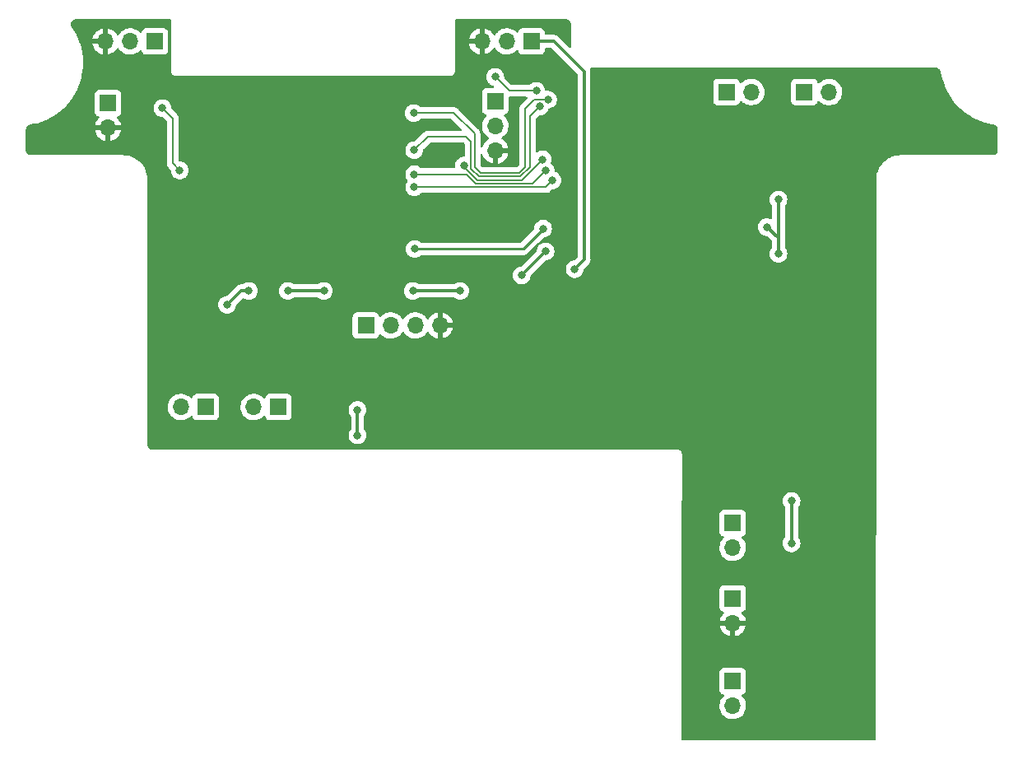
<source format=gbr>
%TF.GenerationSoftware,KiCad,Pcbnew,6.0.6-3a73a75311~116~ubuntu20.04.1*%
%TF.CreationDate,2022-07-05T17:12:33+08:00*%
%TF.ProjectId,ESP32_MAIN_V5,45535033-325f-44d4-9149-4e5f56352e6b,rev?*%
%TF.SameCoordinates,Original*%
%TF.FileFunction,Copper,L2,Bot*%
%TF.FilePolarity,Positive*%
%FSLAX46Y46*%
G04 Gerber Fmt 4.6, Leading zero omitted, Abs format (unit mm)*
G04 Created by KiCad (PCBNEW 6.0.6-3a73a75311~116~ubuntu20.04.1) date 2022-07-05 17:12:33*
%MOMM*%
%LPD*%
G01*
G04 APERTURE LIST*
%TA.AperFunction,ComponentPad*%
%ADD10R,1.700000X1.700000*%
%TD*%
%TA.AperFunction,ComponentPad*%
%ADD11O,1.700000X1.700000*%
%TD*%
%TA.AperFunction,ViaPad*%
%ADD12C,0.800000*%
%TD*%
%TA.AperFunction,Conductor*%
%ADD13C,0.200000*%
%TD*%
%TA.AperFunction,Conductor*%
%ADD14C,0.300000*%
%TD*%
%TA.AperFunction,Conductor*%
%ADD15C,0.180000*%
%TD*%
%TA.AperFunction,Conductor*%
%ADD16C,0.250000*%
%TD*%
G04 APERTURE END LIST*
D10*
%TO.P,BOOT1,1,Pin_1*%
%TO.N,TX0*%
X145999200Y-41452800D03*
D11*
%TO.P,BOOT1,2,Pin_2*%
%TO.N,RX0*%
X145999200Y-43992800D03*
%TO.P,BOOT1,3,Pin_3*%
%TO.N,GND*%
X145999200Y-46532800D03*
%TD*%
%TO.P,SW1,2,Pin_2*%
%TO.N,Net-(D1-Pad2)*%
X170434000Y-103632000D03*
D10*
%TO.P,SW1,1,Pin_1*%
%TO.N,BAT+*%
X170434000Y-101092000D03*
%TD*%
%TO.P,IMU1,1,Pin_1*%
%TO.N,5V*%
X132689600Y-64516000D03*
D11*
%TO.P,IMU1,2,Pin_2*%
%TO.N,RX_IMU*%
X135229600Y-64516000D03*
%TO.P,IMU1,3,Pin_3*%
%TO.N,TX_IMU*%
X137769600Y-64516000D03*
%TO.P,IMU1,4,Pin_4*%
%TO.N,GND*%
X140309600Y-64516000D03*
%TD*%
D10*
%TO.P,M3,1,Pin_1*%
%TO.N,O3A*%
X177795000Y-40513000D03*
D11*
%TO.P,M3,2,Pin_2*%
%TO.N,O3B*%
X180335000Y-40513000D03*
%TD*%
D10*
%TO.P,M4,1,Pin_1*%
%TO.N,O4A*%
X123703000Y-72898000D03*
D11*
%TO.P,M4,2,Pin_2*%
%TO.N,O4B*%
X121163000Y-72898000D03*
%TD*%
D10*
%TO.P,CAM1,1,Pin_1*%
%TO.N,5V*%
X106172000Y-41651000D03*
D11*
%TO.P,CAM1,2,Pin_2*%
%TO.N,GND*%
X106172000Y-44191000D03*
%TD*%
D10*
%TO.P,M1,1,Pin_1*%
%TO.N,O1A*%
X116205000Y-72898000D03*
D11*
%TO.P,M1,2,Pin_2*%
%TO.N,O1B*%
X113665000Y-72898000D03*
%TD*%
D10*
%TO.P,BAT1,1,Pin_1*%
%TO.N,BAT+*%
X170434000Y-84831000D03*
D11*
%TO.P,BAT1,2,Pin_2*%
%TO.N,MID1*%
X170434000Y-87371000D03*
%TD*%
D10*
%TO.P,M2,1,Pin_1*%
%TO.N,O2A*%
X169794000Y-40513000D03*
D11*
%TO.P,M2,2,Pin_2*%
%TO.N,O2B*%
X172334000Y-40513000D03*
%TD*%
D10*
%TO.P,LED2,1,Pin_1*%
%TO.N,5V*%
X149718000Y-35306000D03*
D11*
%TO.P,LED2,2,Pin_2*%
%TO.N,D_LED*%
X147178000Y-35306000D03*
%TO.P,LED2,3,Pin_3*%
%TO.N,GND*%
X144638000Y-35306000D03*
%TD*%
D10*
%TO.P,BAT2,1,Pin_1*%
%TO.N,MID1*%
X170434000Y-92578000D03*
D11*
%TO.P,BAT2,2,Pin_2*%
%TO.N,GND*%
X170434000Y-95118000D03*
%TD*%
D10*
%TO.P,LED1,1,Pin_1*%
%TO.N,5V*%
X110983000Y-35306000D03*
D11*
%TO.P,LED1,2,Pin_2*%
%TO.N,D_LED*%
X108443000Y-35306000D03*
%TO.P,LED1,3,Pin_3*%
%TO.N,GND*%
X105903000Y-35306000D03*
%TD*%
D12*
%TO.N,GND*%
X173583600Y-94183200D03*
X173583600Y-89306400D03*
X179679600Y-91948000D03*
X169011600Y-60096400D03*
X156819600Y-63550800D03*
X143357600Y-37439600D03*
X138379200Y-39370000D03*
X143306800Y-41910000D03*
X116230400Y-47294800D03*
X170078400Y-56032400D03*
%TO.N,6V*%
X142392400Y-60960000D03*
X137515600Y-60960000D03*
X128371600Y-60960000D03*
X124663200Y-60960000D03*
X120650000Y-60960000D03*
X118414800Y-62382400D03*
X148717000Y-59359800D03*
X151180800Y-56896000D03*
X173939200Y-54406800D03*
%TO.N,GND*%
X171297600Y-45872400D03*
X171297600Y-48412400D03*
X179019200Y-48412400D03*
X179019200Y-45872400D03*
X160426400Y-46634400D03*
%TO.N,VIN*%
X176479200Y-86918800D03*
X176479200Y-82550000D03*
%TO.N,GND*%
X156464000Y-75234800D03*
X171348400Y-75234800D03*
X171348400Y-72390000D03*
X171348400Y-69951600D03*
X171348400Y-62534800D03*
%TO.N,V_read*%
X150215600Y-40386000D03*
%TO.N,GND*%
X148742400Y-53441600D03*
X145796000Y-53390800D03*
X143306800Y-53390800D03*
%TO.N,M2B*%
X150571200Y-42011600D03*
%TO.N,M2A*%
X151434800Y-41300400D03*
%TO.N,M3A*%
X151180800Y-48615600D03*
%TO.N,M3B*%
X151892856Y-49581335D03*
%TO.N,V_read*%
X145999200Y-38963600D03*
%TO.N,BOOT*%
X150926800Y-54559200D03*
%TO.N,EN*%
X150876000Y-47447200D03*
X142798800Y-48056800D03*
%TO.N,GND*%
X122224800Y-62280800D03*
X114808000Y-62280800D03*
%TO.N,5V*%
X131826000Y-73202800D03*
%TO.N,M2B*%
X137668000Y-46482000D03*
%TO.N,M3A*%
X137668000Y-48971200D03*
%TO.N,M3B*%
X137668000Y-50292000D03*
%TO.N,M2A*%
X137617200Y-42672000D03*
%TO.N,5V*%
X131826000Y-75819000D03*
X154173980Y-58724800D03*
%TO.N,GND*%
X149148800Y-63957200D03*
X155651200Y-61010800D03*
X155244800Y-68376800D03*
X122478800Y-67005200D03*
X146659600Y-72948800D03*
X146608800Y-68681600D03*
X118872000Y-59309000D03*
X114757200Y-67056000D03*
%TO.N,BOOT*%
X137718800Y-56642000D03*
%TO.N,D_LED*%
X111760000Y-42164000D03*
X113538000Y-48564800D03*
%TO.N,6V*%
X175133000Y-51562000D03*
X175133000Y-57150000D03*
%TD*%
D13*
%TO.N,D_LED*%
X113538000Y-48564800D02*
X112826800Y-47853600D01*
X112826800Y-47853600D02*
X112826800Y-43230800D01*
X112826800Y-43230800D02*
X111760000Y-42164000D01*
%TO.N,EN*%
X148751200Y-49572000D02*
X150876000Y-47447200D01*
X144161600Y-49572000D02*
X148751200Y-49572000D01*
X142798800Y-48209200D02*
X144161600Y-49572000D01*
X142798800Y-48056800D02*
X142798800Y-48209200D01*
D14*
%TO.N,6V*%
X173939200Y-54406800D02*
X173990000Y-54406800D01*
X173990000Y-54406800D02*
X175133000Y-55549800D01*
X137515600Y-60960000D02*
X142392400Y-60960000D01*
X124663200Y-60960000D02*
X128371600Y-60960000D01*
X120650000Y-60960000D02*
X119837200Y-60960000D01*
X119837200Y-60960000D02*
X118414800Y-62382400D01*
X151180800Y-56896000D02*
X148717000Y-59359800D01*
X175133000Y-55549800D02*
X175133000Y-57150000D01*
X175133000Y-51562000D02*
X175133000Y-55549800D01*
%TO.N,VIN*%
X176479200Y-82550000D02*
X176479200Y-86918800D01*
D15*
%TO.N,V_read*%
X147421600Y-40386000D02*
X150215600Y-40386000D01*
X145999200Y-38963600D02*
X147421600Y-40386000D01*
D13*
%TO.N,M2B*%
X150571200Y-42011600D02*
X149555200Y-43027600D01*
X143510000Y-45618400D02*
X143002000Y-45110400D01*
X149555200Y-43027600D02*
X149555200Y-48258884D01*
X149555200Y-48258884D02*
X148602084Y-49212000D01*
X148602084Y-49212000D02*
X144310716Y-49212000D01*
X143002000Y-45110400D02*
X139039600Y-45110400D01*
X139039600Y-45110400D02*
X137668000Y-46482000D01*
X144310716Y-49212000D02*
X143510000Y-48411284D01*
X143510000Y-48411284D02*
X143510000Y-45618400D01*
%TO.N,M3A*%
X151180800Y-48615600D02*
X149864400Y-49932000D01*
X149864400Y-49932000D02*
X144012484Y-49932000D01*
X144012484Y-49932000D02*
X143051684Y-48971200D01*
X143051684Y-48971200D02*
X137668000Y-48971200D01*
D15*
%TO.N,M2A*%
X151434800Y-41300400D02*
X150012400Y-41300400D01*
X150012400Y-41300400D02*
X149098000Y-42214800D01*
X148457110Y-48862000D02*
X144467600Y-48862000D01*
X149098000Y-42214800D02*
X149098000Y-48221110D01*
X149098000Y-48221110D02*
X148457110Y-48862000D01*
X144467600Y-48862000D02*
X143865600Y-48260000D01*
X143865600Y-48260000D02*
X143865600Y-44805600D01*
X143865600Y-44805600D02*
X141732000Y-42672000D01*
X141732000Y-42672000D02*
X137617200Y-42672000D01*
D13*
%TO.N,M3B*%
X151892856Y-49581335D02*
X151182191Y-50292000D01*
X151182191Y-50292000D02*
X137668000Y-50292000D01*
D16*
%TO.N,BOOT*%
X150926800Y-54559200D02*
X150926800Y-54610000D01*
X150926800Y-54610000D02*
X148894800Y-56642000D01*
X148894800Y-56642000D02*
X137718800Y-56642000D01*
D14*
%TO.N,5V*%
X131826000Y-75819000D02*
X131826000Y-73202800D01*
X155141511Y-57757269D02*
X155141511Y-38428511D01*
X155141511Y-38428511D02*
X152019000Y-35306000D01*
X152019000Y-35306000D02*
X149718000Y-35306000D01*
X154173980Y-58724800D02*
X155141511Y-57757269D01*
%TD*%
%TA.AperFunction,Conductor*%
%TO.N,GND*%
G36*
X112590621Y-33040502D02*
G01*
X112637114Y-33094158D01*
X112648500Y-33146500D01*
X112648500Y-38345377D01*
X112648498Y-38346076D01*
X112648024Y-38423721D01*
X112652188Y-38438290D01*
X112656150Y-38452153D01*
X112659728Y-38468915D01*
X112663920Y-38498187D01*
X112667634Y-38506355D01*
X112667634Y-38506356D01*
X112674548Y-38521562D01*
X112680996Y-38539086D01*
X112688051Y-38563771D01*
X112692843Y-38571365D01*
X112692844Y-38571368D01*
X112703830Y-38588780D01*
X112711969Y-38603863D01*
X112724208Y-38630782D01*
X112730069Y-38637584D01*
X112740970Y-38650235D01*
X112752073Y-38665239D01*
X112765776Y-38686958D01*
X112772501Y-38692897D01*
X112772504Y-38692901D01*
X112787938Y-38706532D01*
X112799982Y-38718724D01*
X112813427Y-38734327D01*
X112813430Y-38734329D01*
X112819287Y-38741127D01*
X112826816Y-38746007D01*
X112826817Y-38746008D01*
X112840835Y-38755094D01*
X112855709Y-38766385D01*
X112868217Y-38777431D01*
X112874951Y-38783378D01*
X112901711Y-38795942D01*
X112916691Y-38804263D01*
X112933983Y-38815471D01*
X112933988Y-38815473D01*
X112941515Y-38820352D01*
X112950108Y-38822922D01*
X112950113Y-38822924D01*
X112966120Y-38827711D01*
X112983564Y-38834372D01*
X112998676Y-38841467D01*
X112998678Y-38841468D01*
X113006800Y-38845281D01*
X113015667Y-38846662D01*
X113015668Y-38846662D01*
X113018353Y-38847080D01*
X113036017Y-38849830D01*
X113052732Y-38853613D01*
X113072466Y-38859515D01*
X113072472Y-38859516D01*
X113081066Y-38862086D01*
X113090037Y-38862141D01*
X113090038Y-38862141D01*
X113100097Y-38862202D01*
X113115506Y-38862296D01*
X113116289Y-38862329D01*
X113117386Y-38862500D01*
X113148377Y-38862500D01*
X113149147Y-38862502D01*
X113222785Y-38862952D01*
X113222786Y-38862952D01*
X113226721Y-38862976D01*
X113228065Y-38862592D01*
X113229410Y-38862500D01*
X141342377Y-38862500D01*
X141343148Y-38862502D01*
X141420721Y-38862976D01*
X141449152Y-38854850D01*
X141465915Y-38851272D01*
X141466753Y-38851152D01*
X141495187Y-38847080D01*
X141518564Y-38836451D01*
X141536087Y-38830004D01*
X141560771Y-38822949D01*
X141568365Y-38818157D01*
X141568368Y-38818156D01*
X141585780Y-38807170D01*
X141600865Y-38799030D01*
X141627782Y-38786792D01*
X141647235Y-38770030D01*
X141662239Y-38758927D01*
X141683958Y-38745224D01*
X141689897Y-38738499D01*
X141689901Y-38738496D01*
X141703532Y-38723062D01*
X141715724Y-38711018D01*
X141731327Y-38697573D01*
X141731329Y-38697570D01*
X141738127Y-38691713D01*
X141752094Y-38670165D01*
X141763385Y-38655291D01*
X141774431Y-38642783D01*
X141774432Y-38642782D01*
X141780378Y-38636049D01*
X141792943Y-38609287D01*
X141801263Y-38594309D01*
X141812471Y-38577017D01*
X141812473Y-38577012D01*
X141817352Y-38569485D01*
X141819922Y-38560892D01*
X141819924Y-38560887D01*
X141824711Y-38544880D01*
X141831372Y-38527436D01*
X141838467Y-38512324D01*
X141838468Y-38512322D01*
X141842281Y-38504200D01*
X141844341Y-38490974D01*
X141846830Y-38474985D01*
X141850613Y-38458268D01*
X141856515Y-38438534D01*
X141856516Y-38438528D01*
X141859086Y-38429934D01*
X141859296Y-38395494D01*
X141859329Y-38394711D01*
X141859500Y-38393614D01*
X141859500Y-38362623D01*
X141859502Y-38361853D01*
X141859952Y-38288215D01*
X141859952Y-38288214D01*
X141859976Y-38284279D01*
X141859592Y-38282935D01*
X141859500Y-38281590D01*
X141859500Y-35573966D01*
X143306257Y-35573966D01*
X143336565Y-35708446D01*
X143339645Y-35718275D01*
X143419770Y-35915603D01*
X143424413Y-35924794D01*
X143535694Y-36106388D01*
X143541777Y-36114699D01*
X143681213Y-36275667D01*
X143688580Y-36282883D01*
X143852434Y-36418916D01*
X143860881Y-36424831D01*
X144044756Y-36532279D01*
X144054042Y-36536729D01*
X144253001Y-36612703D01*
X144262899Y-36615579D01*
X144366250Y-36636606D01*
X144380299Y-36635410D01*
X144384000Y-36625065D01*
X144384000Y-35578115D01*
X144379525Y-35562876D01*
X144378135Y-35561671D01*
X144370452Y-35560000D01*
X143321225Y-35560000D01*
X143307694Y-35563973D01*
X143306257Y-35573966D01*
X141859500Y-35573966D01*
X141859500Y-35040183D01*
X143302389Y-35040183D01*
X143303912Y-35048607D01*
X143316292Y-35052000D01*
X144365885Y-35052000D01*
X144381124Y-35047525D01*
X144382329Y-35046135D01*
X144384000Y-35038452D01*
X144384000Y-33989102D01*
X144380082Y-33975758D01*
X144365806Y-33973771D01*
X144327324Y-33979660D01*
X144317288Y-33982051D01*
X144114868Y-34048212D01*
X144105359Y-34052209D01*
X143916463Y-34150542D01*
X143907738Y-34156036D01*
X143737433Y-34283905D01*
X143729726Y-34290748D01*
X143582590Y-34444717D01*
X143576104Y-34452727D01*
X143456098Y-34628649D01*
X143451000Y-34637623D01*
X143361338Y-34830783D01*
X143357775Y-34840470D01*
X143302389Y-35040183D01*
X141859500Y-35040183D01*
X141859500Y-33146670D01*
X141879502Y-33078549D01*
X141933158Y-33032056D01*
X141985534Y-33020670D01*
X144338930Y-33021303D01*
X153248964Y-33023699D01*
X153268306Y-33025199D01*
X153283230Y-33027522D01*
X153283232Y-33027522D01*
X153292104Y-33028903D01*
X153301003Y-33027739D01*
X153301009Y-33027739D01*
X153301130Y-33027723D01*
X153331572Y-33027451D01*
X153393640Y-33034442D01*
X153421148Y-33040719D01*
X153498235Y-33067690D01*
X153523658Y-33079933D01*
X153592811Y-33123383D01*
X153614870Y-33140973D01*
X153672617Y-33198717D01*
X153690211Y-33220779D01*
X153733663Y-33289932D01*
X153745902Y-33315344D01*
X153772879Y-33392440D01*
X153779155Y-33419943D01*
X153785394Y-33475324D01*
X153785075Y-33491074D01*
X153786159Y-33491087D01*
X153786049Y-33500058D01*
X153784668Y-33508930D01*
X153785832Y-33517831D01*
X153788796Y-33540502D01*
X153789859Y-33556837D01*
X153789859Y-35841409D01*
X153769857Y-35909530D01*
X153716201Y-35956023D01*
X153645927Y-35966127D01*
X153581347Y-35936633D01*
X153574764Y-35930504D01*
X152542655Y-34898395D01*
X152534665Y-34889615D01*
X152534663Y-34889613D01*
X152530416Y-34882920D01*
X152478742Y-34834395D01*
X152475901Y-34831641D01*
X152455333Y-34811073D01*
X152451826Y-34808353D01*
X152442804Y-34800647D01*
X152414913Y-34774456D01*
X152409133Y-34769028D01*
X152402181Y-34765206D01*
X152390342Y-34758697D01*
X152373818Y-34747843D01*
X152363132Y-34739555D01*
X152356868Y-34734696D01*
X152349596Y-34731549D01*
X152349594Y-34731548D01*
X152314465Y-34716346D01*
X152303805Y-34711124D01*
X152270284Y-34692695D01*
X152270282Y-34692694D01*
X152263337Y-34688876D01*
X152242559Y-34683541D01*
X152223869Y-34677142D01*
X152204176Y-34668620D01*
X152158552Y-34661394D01*
X152146929Y-34658987D01*
X152116088Y-34651069D01*
X152102188Y-34647500D01*
X152080741Y-34647500D01*
X152061031Y-34645949D01*
X152047677Y-34643834D01*
X152039848Y-34642594D01*
X151993859Y-34646941D01*
X151982004Y-34647500D01*
X151202500Y-34647500D01*
X151134379Y-34627498D01*
X151087886Y-34573842D01*
X151076500Y-34521500D01*
X151076500Y-34407866D01*
X151069745Y-34345684D01*
X151018615Y-34209295D01*
X150931261Y-34092739D01*
X150814705Y-34005385D01*
X150678316Y-33954255D01*
X150616134Y-33947500D01*
X148819866Y-33947500D01*
X148757684Y-33954255D01*
X148621295Y-34005385D01*
X148504739Y-34092739D01*
X148417385Y-34209295D01*
X148414233Y-34217703D01*
X148372919Y-34327907D01*
X148330277Y-34384671D01*
X148263716Y-34409371D01*
X148194367Y-34394163D01*
X148161743Y-34368476D01*
X148111151Y-34312875D01*
X148111142Y-34312866D01*
X148107670Y-34309051D01*
X148103619Y-34305852D01*
X148103615Y-34305848D01*
X147936414Y-34173800D01*
X147936410Y-34173798D01*
X147932359Y-34170598D01*
X147896028Y-34150542D01*
X147880136Y-34141769D01*
X147736789Y-34062638D01*
X147731920Y-34060914D01*
X147731916Y-34060912D01*
X147531087Y-33989795D01*
X147531083Y-33989794D01*
X147526212Y-33988069D01*
X147521119Y-33987162D01*
X147521116Y-33987161D01*
X147311373Y-33949800D01*
X147311367Y-33949799D01*
X147306284Y-33948894D01*
X147232452Y-33947992D01*
X147088081Y-33946228D01*
X147088079Y-33946228D01*
X147082911Y-33946165D01*
X146862091Y-33979955D01*
X146649756Y-34049357D01*
X146451607Y-34152507D01*
X146447474Y-34155610D01*
X146447471Y-34155612D01*
X146277100Y-34283530D01*
X146272965Y-34286635D01*
X146247541Y-34313240D01*
X146151716Y-34413515D01*
X146118629Y-34448138D01*
X146115715Y-34452410D01*
X146115714Y-34452411D01*
X146010898Y-34606066D01*
X145955987Y-34651069D01*
X145885462Y-34659240D01*
X145821715Y-34627986D01*
X145801018Y-34603502D01*
X145720426Y-34478926D01*
X145714136Y-34470757D01*
X145570806Y-34313240D01*
X145563273Y-34306215D01*
X145396139Y-34174222D01*
X145387552Y-34168517D01*
X145201117Y-34065599D01*
X145191705Y-34061369D01*
X144990959Y-33990280D01*
X144980988Y-33987646D01*
X144909837Y-33974972D01*
X144896540Y-33976432D01*
X144892000Y-33990989D01*
X144892000Y-36624517D01*
X144896064Y-36638359D01*
X144909478Y-36640393D01*
X144916184Y-36639534D01*
X144926262Y-36637392D01*
X145130255Y-36576191D01*
X145139842Y-36572433D01*
X145331095Y-36478739D01*
X145339945Y-36473464D01*
X145513328Y-36349792D01*
X145521200Y-36343139D01*
X145672052Y-36192812D01*
X145678730Y-36184965D01*
X145806022Y-36007819D01*
X145807279Y-36008722D01*
X145854373Y-35965362D01*
X145924311Y-35953145D01*
X145989751Y-35980678D01*
X146017579Y-36012511D01*
X146077987Y-36111088D01*
X146224250Y-36279938D01*
X146396126Y-36422632D01*
X146589000Y-36535338D01*
X146797692Y-36615030D01*
X146802760Y-36616061D01*
X146802763Y-36616062D01*
X146897862Y-36635410D01*
X147016597Y-36659567D01*
X147021772Y-36659757D01*
X147021774Y-36659757D01*
X147234673Y-36667564D01*
X147234677Y-36667564D01*
X147239837Y-36667753D01*
X147244957Y-36667097D01*
X147244959Y-36667097D01*
X147456288Y-36640025D01*
X147456289Y-36640025D01*
X147461416Y-36639368D01*
X147466366Y-36637883D01*
X147670429Y-36576661D01*
X147670434Y-36576659D01*
X147675384Y-36575174D01*
X147875994Y-36476896D01*
X148057860Y-36347173D01*
X148166091Y-36239319D01*
X148228462Y-36205404D01*
X148299268Y-36210592D01*
X148356030Y-36253238D01*
X148373012Y-36284341D01*
X148417385Y-36402705D01*
X148504739Y-36519261D01*
X148621295Y-36606615D01*
X148757684Y-36657745D01*
X148819866Y-36664500D01*
X150616134Y-36664500D01*
X150678316Y-36657745D01*
X150814705Y-36606615D01*
X150931261Y-36519261D01*
X151018615Y-36402705D01*
X151069745Y-36266316D01*
X151076500Y-36204134D01*
X151076500Y-36090500D01*
X151096502Y-36022379D01*
X151150158Y-35975886D01*
X151202500Y-35964500D01*
X151694050Y-35964500D01*
X151762171Y-35984502D01*
X151783145Y-36001405D01*
X154446106Y-38664365D01*
X154480132Y-38726677D01*
X154483011Y-38753460D01*
X154483011Y-57432319D01*
X154463009Y-57500440D01*
X154446106Y-57521415D01*
X154188124Y-57779396D01*
X154125812Y-57813421D01*
X154099029Y-57816300D01*
X154078493Y-57816300D01*
X154072041Y-57817672D01*
X154072036Y-57817672D01*
X154001107Y-57832749D01*
X153891692Y-57856006D01*
X153885662Y-57858691D01*
X153885661Y-57858691D01*
X153723258Y-57930997D01*
X153723256Y-57930998D01*
X153717228Y-57933682D01*
X153711887Y-57937562D01*
X153711886Y-57937563D01*
X153695156Y-57949718D01*
X153562727Y-58045934D01*
X153558306Y-58050844D01*
X153558305Y-58050845D01*
X153466161Y-58153182D01*
X153434940Y-58187856D01*
X153339453Y-58353244D01*
X153280438Y-58534872D01*
X153279748Y-58541433D01*
X153279748Y-58541435D01*
X153265495Y-58677051D01*
X153260476Y-58724800D01*
X153280438Y-58914728D01*
X153339453Y-59096356D01*
X153434940Y-59261744D01*
X153439358Y-59266651D01*
X153439359Y-59266652D01*
X153523230Y-59359800D01*
X153562727Y-59403666D01*
X153717228Y-59515918D01*
X153723256Y-59518602D01*
X153723258Y-59518603D01*
X153885661Y-59590909D01*
X153891692Y-59593594D01*
X153985092Y-59613447D01*
X154072036Y-59631928D01*
X154072041Y-59631928D01*
X154078493Y-59633300D01*
X154269467Y-59633300D01*
X154275919Y-59631928D01*
X154275924Y-59631928D01*
X154362868Y-59613447D01*
X154456268Y-59593594D01*
X154462299Y-59590909D01*
X154624702Y-59518603D01*
X154624704Y-59518602D01*
X154630732Y-59515918D01*
X154785233Y-59403666D01*
X154824730Y-59359800D01*
X154908601Y-59266652D01*
X154908602Y-59266651D01*
X154913020Y-59261744D01*
X155008507Y-59096356D01*
X155067522Y-58914728D01*
X155080735Y-58789015D01*
X155107748Y-58723359D01*
X155116949Y-58713091D01*
X155549115Y-58280924D01*
X155557896Y-58272934D01*
X155557898Y-58272933D01*
X155564591Y-58268685D01*
X155613131Y-58216995D01*
X155615885Y-58214154D01*
X155636437Y-58193602D01*
X155639149Y-58190106D01*
X155646860Y-58181077D01*
X155673055Y-58153182D01*
X155678483Y-58147402D01*
X155688812Y-58128614D01*
X155699669Y-58112085D01*
X155707958Y-58101400D01*
X155707959Y-58101398D01*
X155712815Y-58095138D01*
X155731168Y-58052725D01*
X155736379Y-58042088D01*
X155758635Y-58001606D01*
X155763968Y-57980835D01*
X155770370Y-57962133D01*
X155778890Y-57942446D01*
X155786116Y-57896821D01*
X155788524Y-57885195D01*
X155798040Y-57848134D01*
X155798040Y-57848133D01*
X155800011Y-57840457D01*
X155800011Y-57819011D01*
X155801562Y-57799300D01*
X155803677Y-57785947D01*
X155804917Y-57778118D01*
X155800570Y-57732133D01*
X155800011Y-57720275D01*
X155800011Y-54406800D01*
X173025696Y-54406800D01*
X173045658Y-54596728D01*
X173104673Y-54778356D01*
X173200160Y-54943744D01*
X173327947Y-55085666D01*
X173482448Y-55197918D01*
X173488476Y-55200602D01*
X173488478Y-55200603D01*
X173650881Y-55272909D01*
X173656912Y-55275594D01*
X173750313Y-55295447D01*
X173837256Y-55313928D01*
X173837261Y-55313928D01*
X173843713Y-55315300D01*
X173915050Y-55315300D01*
X173983171Y-55335302D01*
X174004145Y-55352205D01*
X174437595Y-55785655D01*
X174471621Y-55847967D01*
X174474500Y-55874750D01*
X174474500Y-56475241D01*
X174454498Y-56543362D01*
X174442136Y-56559551D01*
X174393960Y-56613056D01*
X174298473Y-56778444D01*
X174239458Y-56960072D01*
X174238768Y-56966633D01*
X174238768Y-56966635D01*
X174227547Y-57073395D01*
X174219496Y-57150000D01*
X174220186Y-57156565D01*
X174237863Y-57324749D01*
X174239458Y-57339928D01*
X174298473Y-57521556D01*
X174393960Y-57686944D01*
X174398378Y-57691851D01*
X174398379Y-57691852D01*
X174517325Y-57823955D01*
X174521747Y-57828866D01*
X174599277Y-57885195D01*
X174662318Y-57930997D01*
X174676248Y-57941118D01*
X174682276Y-57943802D01*
X174682278Y-57943803D01*
X174765454Y-57980835D01*
X174850712Y-58018794D01*
X174944112Y-58038647D01*
X175031056Y-58057128D01*
X175031061Y-58057128D01*
X175037513Y-58058500D01*
X175228487Y-58058500D01*
X175234939Y-58057128D01*
X175234944Y-58057128D01*
X175321888Y-58038647D01*
X175415288Y-58018794D01*
X175500546Y-57980835D01*
X175583722Y-57943803D01*
X175583724Y-57943802D01*
X175589752Y-57941118D01*
X175603683Y-57930997D01*
X175666723Y-57885195D01*
X175744253Y-57828866D01*
X175748675Y-57823955D01*
X175867621Y-57691852D01*
X175867622Y-57691851D01*
X175872040Y-57686944D01*
X175967527Y-57521556D01*
X176026542Y-57339928D01*
X176028138Y-57324749D01*
X176045814Y-57156565D01*
X176046504Y-57150000D01*
X176038453Y-57073395D01*
X176027232Y-56966635D01*
X176027232Y-56966633D01*
X176026542Y-56960072D01*
X175967527Y-56778444D01*
X175872040Y-56613056D01*
X175823864Y-56559551D01*
X175793146Y-56495544D01*
X175791500Y-56475241D01*
X175791500Y-55631856D01*
X175792059Y-55620000D01*
X175792059Y-55619997D01*
X175793788Y-55612263D01*
X175791562Y-55541431D01*
X175791500Y-55537473D01*
X175791500Y-52236759D01*
X175811502Y-52168638D01*
X175823864Y-52152449D01*
X175867621Y-52103852D01*
X175867622Y-52103851D01*
X175872040Y-52098944D01*
X175967527Y-51933556D01*
X176026542Y-51751928D01*
X176046504Y-51562000D01*
X176026542Y-51372072D01*
X175967527Y-51190444D01*
X175872040Y-51025056D01*
X175826744Y-50974749D01*
X175748675Y-50888045D01*
X175748674Y-50888044D01*
X175744253Y-50883134D01*
X175589752Y-50770882D01*
X175583724Y-50768198D01*
X175583722Y-50768197D01*
X175421319Y-50695891D01*
X175421318Y-50695891D01*
X175415288Y-50693206D01*
X175302721Y-50669279D01*
X175234944Y-50654872D01*
X175234939Y-50654872D01*
X175228487Y-50653500D01*
X175037513Y-50653500D01*
X175031061Y-50654872D01*
X175031056Y-50654872D01*
X174963279Y-50669279D01*
X174850712Y-50693206D01*
X174844682Y-50695891D01*
X174844681Y-50695891D01*
X174682278Y-50768197D01*
X174682276Y-50768198D01*
X174676248Y-50770882D01*
X174521747Y-50883134D01*
X174517326Y-50888044D01*
X174517325Y-50888045D01*
X174439257Y-50974749D01*
X174393960Y-51025056D01*
X174298473Y-51190444D01*
X174239458Y-51372072D01*
X174219496Y-51562000D01*
X174239458Y-51751928D01*
X174298473Y-51933556D01*
X174393960Y-52098944D01*
X174398378Y-52103851D01*
X174398379Y-52103852D01*
X174442136Y-52152449D01*
X174472854Y-52216456D01*
X174474500Y-52236759D01*
X174474500Y-53456631D01*
X174454498Y-53524752D01*
X174400842Y-53571245D01*
X174330568Y-53581349D01*
X174297253Y-53571739D01*
X174221488Y-53538006D01*
X174128088Y-53518153D01*
X174041144Y-53499672D01*
X174041139Y-53499672D01*
X174034687Y-53498300D01*
X173843713Y-53498300D01*
X173837261Y-53499672D01*
X173837256Y-53499672D01*
X173750312Y-53518153D01*
X173656912Y-53538006D01*
X173650882Y-53540691D01*
X173650881Y-53540691D01*
X173488478Y-53612997D01*
X173488476Y-53612998D01*
X173482448Y-53615682D01*
X173327947Y-53727934D01*
X173323526Y-53732844D01*
X173323525Y-53732845D01*
X173291798Y-53768082D01*
X173200160Y-53869856D01*
X173194111Y-53880334D01*
X173112172Y-54022256D01*
X173104673Y-54035244D01*
X173045658Y-54216872D01*
X173044968Y-54223433D01*
X173044968Y-54223435D01*
X173026386Y-54400235D01*
X173025696Y-54406800D01*
X155800011Y-54406800D01*
X155800011Y-41411134D01*
X168435500Y-41411134D01*
X168442255Y-41473316D01*
X168493385Y-41609705D01*
X168580739Y-41726261D01*
X168697295Y-41813615D01*
X168833684Y-41864745D01*
X168895866Y-41871500D01*
X170692134Y-41871500D01*
X170754316Y-41864745D01*
X170890705Y-41813615D01*
X171007261Y-41726261D01*
X171094615Y-41609705D01*
X171131982Y-41510029D01*
X171138598Y-41492382D01*
X171181240Y-41435618D01*
X171247802Y-41410918D01*
X171317150Y-41426126D01*
X171351817Y-41454114D01*
X171380250Y-41486938D01*
X171456846Y-41550529D01*
X171540562Y-41620031D01*
X171552126Y-41629632D01*
X171745000Y-41742338D01*
X171749825Y-41744180D01*
X171749826Y-41744181D01*
X171814517Y-41768884D01*
X171953692Y-41822030D01*
X171958760Y-41823061D01*
X171958763Y-41823062D01*
X172028962Y-41837344D01*
X172172597Y-41866567D01*
X172177772Y-41866757D01*
X172177774Y-41866757D01*
X172390673Y-41874564D01*
X172390677Y-41874564D01*
X172395837Y-41874753D01*
X172400957Y-41874097D01*
X172400959Y-41874097D01*
X172612288Y-41847025D01*
X172612289Y-41847025D01*
X172617416Y-41846368D01*
X172622366Y-41844883D01*
X172826429Y-41783661D01*
X172826434Y-41783659D01*
X172831384Y-41782174D01*
X173031994Y-41683896D01*
X173213860Y-41554173D01*
X173278213Y-41490045D01*
X173357399Y-41411134D01*
X176436500Y-41411134D01*
X176443255Y-41473316D01*
X176494385Y-41609705D01*
X176581739Y-41726261D01*
X176698295Y-41813615D01*
X176834684Y-41864745D01*
X176896866Y-41871500D01*
X178693134Y-41871500D01*
X178755316Y-41864745D01*
X178891705Y-41813615D01*
X179008261Y-41726261D01*
X179095615Y-41609705D01*
X179132982Y-41510029D01*
X179139598Y-41492382D01*
X179182240Y-41435618D01*
X179248802Y-41410918D01*
X179318150Y-41426126D01*
X179352817Y-41454114D01*
X179381250Y-41486938D01*
X179457846Y-41550529D01*
X179541562Y-41620031D01*
X179553126Y-41629632D01*
X179746000Y-41742338D01*
X179750825Y-41744180D01*
X179750826Y-41744181D01*
X179815517Y-41768884D01*
X179954692Y-41822030D01*
X179959760Y-41823061D01*
X179959763Y-41823062D01*
X180029962Y-41837344D01*
X180173597Y-41866567D01*
X180178772Y-41866757D01*
X180178774Y-41866757D01*
X180391673Y-41874564D01*
X180391677Y-41874564D01*
X180396837Y-41874753D01*
X180401957Y-41874097D01*
X180401959Y-41874097D01*
X180613288Y-41847025D01*
X180613289Y-41847025D01*
X180618416Y-41846368D01*
X180623366Y-41844883D01*
X180827429Y-41783661D01*
X180827434Y-41783659D01*
X180832384Y-41782174D01*
X181032994Y-41683896D01*
X181214860Y-41554173D01*
X181279213Y-41490045D01*
X181358616Y-41410918D01*
X181373096Y-41396489D01*
X181387271Y-41376763D01*
X181500435Y-41219277D01*
X181503453Y-41215077D01*
X181546276Y-41128432D01*
X181600136Y-41019453D01*
X181600137Y-41019451D01*
X181602430Y-41014811D01*
X181667370Y-40801069D01*
X181696529Y-40579590D01*
X181696942Y-40562703D01*
X181698074Y-40516365D01*
X181698074Y-40516361D01*
X181698156Y-40513000D01*
X181679852Y-40290361D01*
X181625431Y-40073702D01*
X181536354Y-39868840D01*
X181462525Y-39754718D01*
X181417822Y-39685617D01*
X181417820Y-39685614D01*
X181415014Y-39681277D01*
X181264670Y-39516051D01*
X181260619Y-39512852D01*
X181260615Y-39512848D01*
X181093414Y-39380800D01*
X181093410Y-39380798D01*
X181089359Y-39377598D01*
X180893789Y-39269638D01*
X180888920Y-39267914D01*
X180888916Y-39267912D01*
X180688087Y-39196795D01*
X180688083Y-39196794D01*
X180683212Y-39195069D01*
X180678119Y-39194162D01*
X180678116Y-39194161D01*
X180468373Y-39156800D01*
X180468367Y-39156799D01*
X180463284Y-39155894D01*
X180389452Y-39154992D01*
X180245081Y-39153228D01*
X180245079Y-39153228D01*
X180239911Y-39153165D01*
X180019091Y-39186955D01*
X179806756Y-39256357D01*
X179776443Y-39272137D01*
X179624930Y-39351010D01*
X179608607Y-39359507D01*
X179604474Y-39362610D01*
X179604471Y-39362612D01*
X179434100Y-39490530D01*
X179429965Y-39493635D01*
X179373537Y-39552684D01*
X179349283Y-39578064D01*
X179287759Y-39613494D01*
X179216846Y-39610037D01*
X179159060Y-39568791D01*
X179140207Y-39535243D01*
X179098767Y-39424703D01*
X179095615Y-39416295D01*
X179008261Y-39299739D01*
X178891705Y-39212385D01*
X178755316Y-39161255D01*
X178693134Y-39154500D01*
X176896866Y-39154500D01*
X176834684Y-39161255D01*
X176698295Y-39212385D01*
X176581739Y-39299739D01*
X176494385Y-39416295D01*
X176443255Y-39552684D01*
X176436500Y-39614866D01*
X176436500Y-41411134D01*
X173357399Y-41411134D01*
X173357616Y-41410918D01*
X173372096Y-41396489D01*
X173386271Y-41376763D01*
X173499435Y-41219277D01*
X173502453Y-41215077D01*
X173545276Y-41128432D01*
X173599136Y-41019453D01*
X173599137Y-41019451D01*
X173601430Y-41014811D01*
X173666370Y-40801069D01*
X173695529Y-40579590D01*
X173695942Y-40562703D01*
X173697074Y-40516365D01*
X173697074Y-40516361D01*
X173697156Y-40513000D01*
X173678852Y-40290361D01*
X173624431Y-40073702D01*
X173535354Y-39868840D01*
X173461525Y-39754718D01*
X173416822Y-39685617D01*
X173416820Y-39685614D01*
X173414014Y-39681277D01*
X173263670Y-39516051D01*
X173259619Y-39512852D01*
X173259615Y-39512848D01*
X173092414Y-39380800D01*
X173092410Y-39380798D01*
X173088359Y-39377598D01*
X172892789Y-39269638D01*
X172887920Y-39267914D01*
X172887916Y-39267912D01*
X172687087Y-39196795D01*
X172687083Y-39196794D01*
X172682212Y-39195069D01*
X172677119Y-39194162D01*
X172677116Y-39194161D01*
X172467373Y-39156800D01*
X172467367Y-39156799D01*
X172462284Y-39155894D01*
X172388452Y-39154992D01*
X172244081Y-39153228D01*
X172244079Y-39153228D01*
X172238911Y-39153165D01*
X172018091Y-39186955D01*
X171805756Y-39256357D01*
X171775443Y-39272137D01*
X171623930Y-39351010D01*
X171607607Y-39359507D01*
X171603474Y-39362610D01*
X171603471Y-39362612D01*
X171433100Y-39490530D01*
X171428965Y-39493635D01*
X171372537Y-39552684D01*
X171348283Y-39578064D01*
X171286759Y-39613494D01*
X171215846Y-39610037D01*
X171158060Y-39568791D01*
X171139207Y-39535243D01*
X171097767Y-39424703D01*
X171094615Y-39416295D01*
X171007261Y-39299739D01*
X170890705Y-39212385D01*
X170754316Y-39161255D01*
X170692134Y-39154500D01*
X168895866Y-39154500D01*
X168833684Y-39161255D01*
X168697295Y-39212385D01*
X168580739Y-39299739D01*
X168493385Y-39416295D01*
X168442255Y-39552684D01*
X168435500Y-39614866D01*
X168435500Y-41411134D01*
X155800011Y-41411134D01*
X155800011Y-38510567D01*
X155800570Y-38498711D01*
X155800570Y-38498708D01*
X155802299Y-38490974D01*
X155800073Y-38420142D01*
X155800011Y-38416184D01*
X155800011Y-38387079D01*
X155799455Y-38382679D01*
X155798523Y-38370841D01*
X155797322Y-38332605D01*
X155797073Y-38324680D01*
X155791091Y-38304090D01*
X155787081Y-38284727D01*
X155787025Y-38284279D01*
X155784393Y-38263447D01*
X155781477Y-38256082D01*
X155781476Y-38256078D01*
X155767387Y-38220493D01*
X155763543Y-38209266D01*
X155756454Y-38184868D01*
X155756655Y-38113872D01*
X155795207Y-38054255D01*
X155859871Y-38024944D01*
X155877450Y-38023712D01*
X191324465Y-38023712D01*
X191343856Y-38025213D01*
X191367547Y-38028903D01*
X191376452Y-38027739D01*
X191381919Y-38027806D01*
X191406944Y-38027666D01*
X191474571Y-38035740D01*
X191503590Y-38042767D01*
X191584583Y-38072916D01*
X191611135Y-38086575D01*
X191682765Y-38134940D01*
X191705355Y-38154462D01*
X191746227Y-38199281D01*
X191763593Y-38218325D01*
X191780954Y-38242613D01*
X191813713Y-38302316D01*
X191822527Y-38318380D01*
X191833688Y-38346076D01*
X191849385Y-38404080D01*
X191853390Y-38428881D01*
X191853317Y-38432297D01*
X191854120Y-38438290D01*
X191854118Y-38438563D01*
X191854192Y-38438826D01*
X191854985Y-38444738D01*
X191856366Y-38449405D01*
X191856907Y-38451937D01*
X191857584Y-38455332D01*
X191936418Y-38881091D01*
X191943493Y-38919303D01*
X191944095Y-38921583D01*
X191944096Y-38921585D01*
X192056988Y-39348749D01*
X192066833Y-39386002D01*
X192067606Y-39388233D01*
X192067610Y-39388245D01*
X192124609Y-39552684D01*
X192224929Y-39842102D01*
X192325301Y-40073702D01*
X192404596Y-40256667D01*
X192416883Y-40285019D01*
X192641609Y-40712242D01*
X192642876Y-40714265D01*
X192642880Y-40714272D01*
X192891037Y-41110500D01*
X192897833Y-41121351D01*
X193184104Y-41510029D01*
X193498800Y-41876073D01*
X193840137Y-42217410D01*
X193841928Y-42218950D01*
X193841938Y-42218959D01*
X194192999Y-42520771D01*
X194206181Y-42532104D01*
X194414527Y-42685555D01*
X194584676Y-42810873D01*
X194594860Y-42818374D01*
X194596859Y-42819626D01*
X194596862Y-42819628D01*
X194775573Y-42931554D01*
X195003970Y-43074598D01*
X195168375Y-43161077D01*
X195429111Y-43298228D01*
X195429125Y-43298235D01*
X195431194Y-43299323D01*
X195433345Y-43300255D01*
X195433355Y-43300260D01*
X195580260Y-43363926D01*
X195874110Y-43491276D01*
X195972402Y-43525346D01*
X196327968Y-43648594D01*
X196327979Y-43648597D01*
X196330211Y-43649371D01*
X196332496Y-43649975D01*
X196332503Y-43649977D01*
X196794629Y-43772107D01*
X196796911Y-43772710D01*
X196799229Y-43773139D01*
X196799237Y-43773141D01*
X197030371Y-43815937D01*
X197245054Y-43855687D01*
X197251423Y-43857038D01*
X197254434Y-43857758D01*
X197259076Y-43859256D01*
X197265058Y-43860206D01*
X197265315Y-43860286D01*
X197265584Y-43860290D01*
X197271474Y-43861226D01*
X197276350Y-43861241D01*
X197281186Y-43861631D01*
X197281152Y-43862055D01*
X197307577Y-43865607D01*
X197370202Y-43882546D01*
X197397901Y-43893704D01*
X197473658Y-43935260D01*
X197497956Y-43952626D01*
X197561798Y-44010839D01*
X197581326Y-44033434D01*
X197629680Y-44105046D01*
X197643338Y-44131596D01*
X197673480Y-44212578D01*
X197680507Y-44241607D01*
X197687900Y-44303590D01*
X197688778Y-44320057D01*
X197688691Y-44327184D01*
X197687309Y-44336055D01*
X197688473Y-44344960D01*
X197691437Y-44367639D01*
X197692500Y-44383968D01*
X197692500Y-46465841D01*
X197690999Y-46485229D01*
X197688690Y-46500055D01*
X197688690Y-46500062D01*
X197687309Y-46508930D01*
X197688473Y-46517831D01*
X197688489Y-46517955D01*
X197688760Y-46548399D01*
X197681764Y-46610485D01*
X197675486Y-46637990D01*
X197648509Y-46715089D01*
X197636268Y-46740508D01*
X197592810Y-46809676D01*
X197575224Y-46831730D01*
X197517464Y-46889496D01*
X197495412Y-46907083D01*
X197426246Y-46950549D01*
X197400827Y-46962792D01*
X197323728Y-46989777D01*
X197296226Y-46996056D01*
X197241058Y-47002277D01*
X197225084Y-47001942D01*
X197225071Y-47003009D01*
X197216095Y-47002900D01*
X197207225Y-47001520D01*
X197179014Y-47005212D01*
X197175690Y-47005647D01*
X197159340Y-47006712D01*
X187754264Y-47006712D01*
X187733353Y-47004965D01*
X187727578Y-47003993D01*
X187713578Y-47001637D01*
X187708715Y-47001577D01*
X187708711Y-47001577D01*
X187707386Y-47001561D01*
X187701026Y-47001483D01*
X187696206Y-47002173D01*
X187694979Y-47002253D01*
X187687030Y-47003061D01*
X187535857Y-47012198D01*
X187401907Y-47020294D01*
X187401902Y-47020295D01*
X187398107Y-47020524D01*
X187246189Y-47048357D01*
X187103357Y-47074525D01*
X187103351Y-47074527D01*
X187099604Y-47075213D01*
X187095965Y-47076347D01*
X187095960Y-47076348D01*
X186883953Y-47142403D01*
X186809870Y-47165485D01*
X186806391Y-47167051D01*
X186806390Y-47167051D01*
X186536689Y-47288423D01*
X186533131Y-47290024D01*
X186273421Y-47447013D01*
X186270417Y-47449366D01*
X186270416Y-47449367D01*
X186037522Y-47631817D01*
X186037517Y-47631821D01*
X186034528Y-47634163D01*
X185819937Y-47848745D01*
X185807835Y-47864192D01*
X185656931Y-48056800D01*
X185632776Y-48087630D01*
X185475775Y-48347333D01*
X185351224Y-48624067D01*
X185260939Y-48913797D01*
X185260253Y-48917539D01*
X185260251Y-48917549D01*
X185249216Y-48977765D01*
X185206237Y-49212297D01*
X185206008Y-49216088D01*
X185206007Y-49216094D01*
X185189781Y-49484369D01*
X185188265Y-49497661D01*
X185187424Y-49502663D01*
X185187271Y-49515215D01*
X185187960Y-49520024D01*
X185187960Y-49520027D01*
X185191206Y-49542687D01*
X185192479Y-49560607D01*
X185185127Y-65402812D01*
X185165794Y-107061558D01*
X185145760Y-107129670D01*
X185092083Y-107176138D01*
X185039794Y-107187500D01*
X165278536Y-107187500D01*
X165210415Y-107167498D01*
X165163922Y-107113842D01*
X165152536Y-107061255D01*
X165159272Y-103598695D01*
X169071251Y-103598695D01*
X169071548Y-103603848D01*
X169071548Y-103603851D01*
X169077011Y-103698590D01*
X169084110Y-103821715D01*
X169085247Y-103826761D01*
X169085248Y-103826767D01*
X169105119Y-103914939D01*
X169133222Y-104039639D01*
X169217266Y-104246616D01*
X169333987Y-104437088D01*
X169480250Y-104605938D01*
X169652126Y-104748632D01*
X169845000Y-104861338D01*
X170053692Y-104941030D01*
X170058760Y-104942061D01*
X170058763Y-104942062D01*
X170166017Y-104963883D01*
X170272597Y-104985567D01*
X170277772Y-104985757D01*
X170277774Y-104985757D01*
X170490673Y-104993564D01*
X170490677Y-104993564D01*
X170495837Y-104993753D01*
X170500957Y-104993097D01*
X170500959Y-104993097D01*
X170712288Y-104966025D01*
X170712289Y-104966025D01*
X170717416Y-104965368D01*
X170722366Y-104963883D01*
X170926429Y-104902661D01*
X170926434Y-104902659D01*
X170931384Y-104901174D01*
X171131994Y-104802896D01*
X171313860Y-104673173D01*
X171472096Y-104515489D01*
X171531594Y-104432689D01*
X171599435Y-104338277D01*
X171602453Y-104334077D01*
X171701430Y-104133811D01*
X171766370Y-103920069D01*
X171795529Y-103698590D01*
X171797156Y-103632000D01*
X171778852Y-103409361D01*
X171724431Y-103192702D01*
X171635354Y-102987840D01*
X171514014Y-102800277D01*
X171510532Y-102796450D01*
X171366798Y-102638488D01*
X171335746Y-102574642D01*
X171344141Y-102504143D01*
X171389317Y-102449375D01*
X171415761Y-102435706D01*
X171522297Y-102395767D01*
X171530705Y-102392615D01*
X171647261Y-102305261D01*
X171734615Y-102188705D01*
X171785745Y-102052316D01*
X171792500Y-101990134D01*
X171792500Y-100193866D01*
X171785745Y-100131684D01*
X171734615Y-99995295D01*
X171647261Y-99878739D01*
X171530705Y-99791385D01*
X171394316Y-99740255D01*
X171332134Y-99733500D01*
X169535866Y-99733500D01*
X169473684Y-99740255D01*
X169337295Y-99791385D01*
X169220739Y-99878739D01*
X169133385Y-99995295D01*
X169082255Y-100131684D01*
X169075500Y-100193866D01*
X169075500Y-101990134D01*
X169082255Y-102052316D01*
X169133385Y-102188705D01*
X169220739Y-102305261D01*
X169337295Y-102392615D01*
X169345704Y-102395767D01*
X169345705Y-102395768D01*
X169454451Y-102436535D01*
X169511216Y-102479176D01*
X169535916Y-102545738D01*
X169520709Y-102615087D01*
X169501316Y-102641568D01*
X169374629Y-102774138D01*
X169248743Y-102958680D01*
X169154688Y-103161305D01*
X169094989Y-103376570D01*
X169071251Y-103598695D01*
X165159272Y-103598695D01*
X165175248Y-95385966D01*
X169102257Y-95385966D01*
X169132565Y-95520446D01*
X169135645Y-95530275D01*
X169215770Y-95727603D01*
X169220413Y-95736794D01*
X169331694Y-95918388D01*
X169337777Y-95926699D01*
X169477213Y-96087667D01*
X169484580Y-96094883D01*
X169648434Y-96230916D01*
X169656881Y-96236831D01*
X169840756Y-96344279D01*
X169850042Y-96348729D01*
X170049001Y-96424703D01*
X170058899Y-96427579D01*
X170162250Y-96448606D01*
X170176299Y-96447410D01*
X170180000Y-96437065D01*
X170180000Y-96436517D01*
X170688000Y-96436517D01*
X170692064Y-96450359D01*
X170705478Y-96452393D01*
X170712184Y-96451534D01*
X170722262Y-96449392D01*
X170926255Y-96388191D01*
X170935842Y-96384433D01*
X171127095Y-96290739D01*
X171135945Y-96285464D01*
X171309328Y-96161792D01*
X171317200Y-96155139D01*
X171468052Y-96004812D01*
X171474730Y-95996965D01*
X171599003Y-95824020D01*
X171604313Y-95815183D01*
X171698670Y-95624267D01*
X171702469Y-95614672D01*
X171764377Y-95410910D01*
X171766555Y-95400837D01*
X171767986Y-95389962D01*
X171765775Y-95375778D01*
X171752617Y-95372000D01*
X170706115Y-95372000D01*
X170690876Y-95376475D01*
X170689671Y-95377865D01*
X170688000Y-95385548D01*
X170688000Y-96436517D01*
X170180000Y-96436517D01*
X170180000Y-95390115D01*
X170175525Y-95374876D01*
X170174135Y-95373671D01*
X170166452Y-95372000D01*
X169117225Y-95372000D01*
X169103694Y-95375973D01*
X169102257Y-95385966D01*
X165175248Y-95385966D01*
X165178963Y-93476134D01*
X169075500Y-93476134D01*
X169082255Y-93538316D01*
X169133385Y-93674705D01*
X169220739Y-93791261D01*
X169337295Y-93878615D01*
X169345704Y-93881767D01*
X169345705Y-93881768D01*
X169454960Y-93922726D01*
X169511725Y-93965367D01*
X169536425Y-94031929D01*
X169521218Y-94101278D01*
X169501825Y-94127759D01*
X169378590Y-94256717D01*
X169372104Y-94264727D01*
X169252098Y-94440649D01*
X169247000Y-94449623D01*
X169157338Y-94642783D01*
X169153775Y-94652470D01*
X169098389Y-94852183D01*
X169099912Y-94860607D01*
X169112292Y-94864000D01*
X171752344Y-94864000D01*
X171765875Y-94860027D01*
X171767180Y-94850947D01*
X171725214Y-94683875D01*
X171721894Y-94674124D01*
X171636972Y-94478814D01*
X171632105Y-94469739D01*
X171516426Y-94290926D01*
X171510136Y-94282757D01*
X171366293Y-94124677D01*
X171335241Y-94060831D01*
X171343635Y-93990333D01*
X171388812Y-93935564D01*
X171415256Y-93921895D01*
X171522297Y-93881767D01*
X171530705Y-93878615D01*
X171647261Y-93791261D01*
X171734615Y-93674705D01*
X171785745Y-93538316D01*
X171792500Y-93476134D01*
X171792500Y-91679866D01*
X171785745Y-91617684D01*
X171734615Y-91481295D01*
X171647261Y-91364739D01*
X171530705Y-91277385D01*
X171394316Y-91226255D01*
X171332134Y-91219500D01*
X169535866Y-91219500D01*
X169473684Y-91226255D01*
X169337295Y-91277385D01*
X169220739Y-91364739D01*
X169133385Y-91481295D01*
X169082255Y-91617684D01*
X169075500Y-91679866D01*
X169075500Y-93476134D01*
X165178963Y-93476134D01*
X165188192Y-88732097D01*
X165190905Y-87337695D01*
X169071251Y-87337695D01*
X169071548Y-87342848D01*
X169071548Y-87342851D01*
X169083812Y-87555547D01*
X169084110Y-87560715D01*
X169085247Y-87565761D01*
X169085248Y-87565767D01*
X169092437Y-87597666D01*
X169133222Y-87778639D01*
X169217266Y-87985616D01*
X169333987Y-88176088D01*
X169480250Y-88344938D01*
X169652126Y-88487632D01*
X169845000Y-88600338D01*
X170053692Y-88680030D01*
X170058760Y-88681061D01*
X170058763Y-88681062D01*
X170166017Y-88702883D01*
X170272597Y-88724567D01*
X170277772Y-88724757D01*
X170277774Y-88724757D01*
X170490673Y-88732564D01*
X170490677Y-88732564D01*
X170495837Y-88732753D01*
X170500957Y-88732097D01*
X170500959Y-88732097D01*
X170712288Y-88705025D01*
X170712289Y-88705025D01*
X170717416Y-88704368D01*
X170722366Y-88702883D01*
X170926429Y-88641661D01*
X170926434Y-88641659D01*
X170931384Y-88640174D01*
X171131994Y-88541896D01*
X171313860Y-88412173D01*
X171472096Y-88254489D01*
X171531594Y-88171689D01*
X171599435Y-88077277D01*
X171602453Y-88073077D01*
X171701430Y-87872811D01*
X171766370Y-87659069D01*
X171795529Y-87437590D01*
X171797156Y-87371000D01*
X171778852Y-87148361D01*
X171724431Y-86931702D01*
X171718821Y-86918800D01*
X175565696Y-86918800D01*
X175585658Y-87108728D01*
X175644673Y-87290356D01*
X175740160Y-87455744D01*
X175867947Y-87597666D01*
X176022448Y-87709918D01*
X176028476Y-87712602D01*
X176028478Y-87712603D01*
X176187548Y-87783425D01*
X176196912Y-87787594D01*
X176290313Y-87807447D01*
X176377256Y-87825928D01*
X176377261Y-87825928D01*
X176383713Y-87827300D01*
X176574687Y-87827300D01*
X176581139Y-87825928D01*
X176581144Y-87825928D01*
X176668087Y-87807447D01*
X176761488Y-87787594D01*
X176770852Y-87783425D01*
X176929922Y-87712603D01*
X176929924Y-87712602D01*
X176935952Y-87709918D01*
X177090453Y-87597666D01*
X177218240Y-87455744D01*
X177313727Y-87290356D01*
X177372742Y-87108728D01*
X177392704Y-86918800D01*
X177372742Y-86728872D01*
X177313727Y-86547244D01*
X177218240Y-86381856D01*
X177211213Y-86374051D01*
X177170064Y-86328351D01*
X177139346Y-86264344D01*
X177137700Y-86244041D01*
X177137700Y-83224759D01*
X177157702Y-83156638D01*
X177170064Y-83140449D01*
X177213821Y-83091852D01*
X177213822Y-83091851D01*
X177218240Y-83086944D01*
X177313727Y-82921556D01*
X177372742Y-82739928D01*
X177392704Y-82550000D01*
X177372742Y-82360072D01*
X177313727Y-82178444D01*
X177218240Y-82013056D01*
X177090453Y-81871134D01*
X176935952Y-81758882D01*
X176929924Y-81756198D01*
X176929922Y-81756197D01*
X176767519Y-81683891D01*
X176767518Y-81683891D01*
X176761488Y-81681206D01*
X176668088Y-81661353D01*
X176581144Y-81642872D01*
X176581139Y-81642872D01*
X176574687Y-81641500D01*
X176383713Y-81641500D01*
X176377261Y-81642872D01*
X176377256Y-81642872D01*
X176290313Y-81661353D01*
X176196912Y-81681206D01*
X176190882Y-81683891D01*
X176190881Y-81683891D01*
X176028478Y-81756197D01*
X176028476Y-81756198D01*
X176022448Y-81758882D01*
X175867947Y-81871134D01*
X175740160Y-82013056D01*
X175644673Y-82178444D01*
X175585658Y-82360072D01*
X175565696Y-82550000D01*
X175585658Y-82739928D01*
X175644673Y-82921556D01*
X175740160Y-83086944D01*
X175744578Y-83091851D01*
X175744579Y-83091852D01*
X175788336Y-83140449D01*
X175819054Y-83204456D01*
X175820700Y-83224759D01*
X175820700Y-86244041D01*
X175800698Y-86312162D01*
X175788336Y-86328351D01*
X175747188Y-86374051D01*
X175740160Y-86381856D01*
X175644673Y-86547244D01*
X175585658Y-86728872D01*
X175565696Y-86918800D01*
X171718821Y-86918800D01*
X171635354Y-86726840D01*
X171514014Y-86539277D01*
X171510532Y-86535450D01*
X171366798Y-86377488D01*
X171335746Y-86313642D01*
X171344141Y-86243143D01*
X171389317Y-86188375D01*
X171415761Y-86174706D01*
X171522297Y-86134767D01*
X171530705Y-86131615D01*
X171647261Y-86044261D01*
X171734615Y-85927705D01*
X171785745Y-85791316D01*
X171792500Y-85729134D01*
X171792500Y-83932866D01*
X171785745Y-83870684D01*
X171734615Y-83734295D01*
X171647261Y-83617739D01*
X171530705Y-83530385D01*
X171394316Y-83479255D01*
X171332134Y-83472500D01*
X169535866Y-83472500D01*
X169473684Y-83479255D01*
X169337295Y-83530385D01*
X169220739Y-83617739D01*
X169133385Y-83734295D01*
X169082255Y-83870684D01*
X169075500Y-83932866D01*
X169075500Y-85729134D01*
X169082255Y-85791316D01*
X169133385Y-85927705D01*
X169220739Y-86044261D01*
X169337295Y-86131615D01*
X169345704Y-86134767D01*
X169345705Y-86134768D01*
X169454451Y-86175535D01*
X169511216Y-86218176D01*
X169535916Y-86284738D01*
X169520709Y-86354087D01*
X169501316Y-86380568D01*
X169374629Y-86513138D01*
X169248743Y-86697680D01*
X169154688Y-86900305D01*
X169094989Y-87115570D01*
X169071251Y-87337695D01*
X165190905Y-87337695D01*
X165209478Y-77790298D01*
X165209976Y-77708791D01*
X165202021Y-77680958D01*
X165198408Y-77663950D01*
X165195615Y-77644174D01*
X165194360Y-77635284D01*
X165190662Y-77627108D01*
X165190660Y-77627102D01*
X165183519Y-77611316D01*
X165177172Y-77594014D01*
X165172415Y-77577371D01*
X165169949Y-77568741D01*
X165165158Y-77561147D01*
X165154502Y-77544257D01*
X165146264Y-77528955D01*
X165138027Y-77510745D01*
X165134330Y-77502572D01*
X165117202Y-77482616D01*
X165106253Y-77467789D01*
X165097014Y-77453146D01*
X165092224Y-77445554D01*
X165070527Y-77426392D01*
X165058326Y-77414017D01*
X165045313Y-77398856D01*
X165039465Y-77392042D01*
X165017425Y-77377695D01*
X165002758Y-77366540D01*
X164989778Y-77355077D01*
X164983049Y-77349134D01*
X164974924Y-77345319D01*
X164974922Y-77345318D01*
X164956848Y-77336832D01*
X164941663Y-77328378D01*
X164924918Y-77317478D01*
X164924913Y-77317476D01*
X164917392Y-77312580D01*
X164892205Y-77304994D01*
X164875005Y-77298407D01*
X164851200Y-77287231D01*
X164822595Y-77282777D01*
X164805647Y-77278924D01*
X164786520Y-77273163D01*
X164786517Y-77273163D01*
X164777922Y-77270574D01*
X164759313Y-77270424D01*
X164743309Y-77270295D01*
X164742099Y-77270243D01*
X164740614Y-77270012D01*
X164708656Y-77270012D01*
X164707641Y-77270008D01*
X164637283Y-77269441D01*
X164637278Y-77269441D01*
X164632269Y-77269401D01*
X164630527Y-77269895D01*
X164628787Y-77270012D01*
X110750367Y-77270012D01*
X110730982Y-77268512D01*
X110716148Y-77266202D01*
X110716145Y-77266202D01*
X110707276Y-77264821D01*
X110698374Y-77265985D01*
X110698250Y-77266001D01*
X110667809Y-77266272D01*
X110644162Y-77263608D01*
X110605737Y-77259279D01*
X110578230Y-77253000D01*
X110501139Y-77226025D01*
X110475718Y-77213783D01*
X110406568Y-77170333D01*
X110384509Y-77152741D01*
X110326761Y-77094993D01*
X110309174Y-77072940D01*
X110265717Y-77003781D01*
X110253477Y-76978367D01*
X110226501Y-76901278D01*
X110220222Y-76873768D01*
X110213975Y-76818324D01*
X110214292Y-76802640D01*
X110213200Y-76802627D01*
X110213309Y-76793657D01*
X110214691Y-76784782D01*
X110210564Y-76753225D01*
X110209500Y-76736886D01*
X110209500Y-75819000D01*
X130912496Y-75819000D01*
X130932458Y-76008928D01*
X130991473Y-76190556D01*
X131086960Y-76355944D01*
X131214747Y-76497866D01*
X131369248Y-76610118D01*
X131375276Y-76612802D01*
X131375278Y-76612803D01*
X131537681Y-76685109D01*
X131543712Y-76687794D01*
X131637113Y-76707647D01*
X131724056Y-76726128D01*
X131724061Y-76726128D01*
X131730513Y-76727500D01*
X131921487Y-76727500D01*
X131927939Y-76726128D01*
X131927944Y-76726128D01*
X132014887Y-76707647D01*
X132108288Y-76687794D01*
X132114319Y-76685109D01*
X132276722Y-76612803D01*
X132276724Y-76612802D01*
X132282752Y-76610118D01*
X132437253Y-76497866D01*
X132565040Y-76355944D01*
X132660527Y-76190556D01*
X132719542Y-76008928D01*
X132739504Y-75819000D01*
X132719542Y-75629072D01*
X132660527Y-75447444D01*
X132565040Y-75282056D01*
X132516864Y-75228551D01*
X132486146Y-75164544D01*
X132484500Y-75144241D01*
X132484500Y-73877559D01*
X132504502Y-73809438D01*
X132516864Y-73793249D01*
X132560621Y-73744652D01*
X132560622Y-73744651D01*
X132565040Y-73739744D01*
X132660527Y-73574356D01*
X132719542Y-73392728D01*
X132739504Y-73202800D01*
X132719542Y-73012872D01*
X132660527Y-72831244D01*
X132565040Y-72665856D01*
X132539588Y-72637588D01*
X132441675Y-72528845D01*
X132441674Y-72528844D01*
X132437253Y-72523934D01*
X132282752Y-72411682D01*
X132276724Y-72408998D01*
X132276722Y-72408997D01*
X132114319Y-72336691D01*
X132114318Y-72336691D01*
X132108288Y-72334006D01*
X132014888Y-72314153D01*
X131927944Y-72295672D01*
X131927939Y-72295672D01*
X131921487Y-72294300D01*
X131730513Y-72294300D01*
X131724061Y-72295672D01*
X131724056Y-72295672D01*
X131637112Y-72314153D01*
X131543712Y-72334006D01*
X131537682Y-72336691D01*
X131537681Y-72336691D01*
X131375278Y-72408997D01*
X131375276Y-72408998D01*
X131369248Y-72411682D01*
X131214747Y-72523934D01*
X131210326Y-72528844D01*
X131210325Y-72528845D01*
X131112413Y-72637588D01*
X131086960Y-72665856D01*
X130991473Y-72831244D01*
X130932458Y-73012872D01*
X130912496Y-73202800D01*
X130932458Y-73392728D01*
X130991473Y-73574356D01*
X131086960Y-73739744D01*
X131091378Y-73744651D01*
X131091379Y-73744652D01*
X131135136Y-73793249D01*
X131165854Y-73857256D01*
X131167500Y-73877559D01*
X131167500Y-75144241D01*
X131147498Y-75212362D01*
X131135136Y-75228551D01*
X131086960Y-75282056D01*
X130991473Y-75447444D01*
X130932458Y-75629072D01*
X130912496Y-75819000D01*
X110209500Y-75819000D01*
X110209500Y-72864695D01*
X112302251Y-72864695D01*
X112315110Y-73087715D01*
X112316247Y-73092761D01*
X112316248Y-73092767D01*
X112339566Y-73196235D01*
X112364222Y-73305639D01*
X112448266Y-73512616D01*
X112564987Y-73703088D01*
X112711250Y-73871938D01*
X112883126Y-74014632D01*
X113076000Y-74127338D01*
X113284692Y-74207030D01*
X113289760Y-74208061D01*
X113289763Y-74208062D01*
X113397017Y-74229883D01*
X113503597Y-74251567D01*
X113508772Y-74251757D01*
X113508774Y-74251757D01*
X113721673Y-74259564D01*
X113721677Y-74259564D01*
X113726837Y-74259753D01*
X113731957Y-74259097D01*
X113731959Y-74259097D01*
X113943288Y-74232025D01*
X113943289Y-74232025D01*
X113948416Y-74231368D01*
X113953366Y-74229883D01*
X114157429Y-74168661D01*
X114157434Y-74168659D01*
X114162384Y-74167174D01*
X114362994Y-74068896D01*
X114544860Y-73939173D01*
X114653091Y-73831319D01*
X114715462Y-73797404D01*
X114786268Y-73802592D01*
X114843030Y-73845238D01*
X114860012Y-73876341D01*
X114904385Y-73994705D01*
X114991739Y-74111261D01*
X115108295Y-74198615D01*
X115244684Y-74249745D01*
X115306866Y-74256500D01*
X117103134Y-74256500D01*
X117165316Y-74249745D01*
X117301705Y-74198615D01*
X117418261Y-74111261D01*
X117505615Y-73994705D01*
X117556745Y-73858316D01*
X117563500Y-73796134D01*
X117563500Y-72864695D01*
X119800251Y-72864695D01*
X119813110Y-73087715D01*
X119814247Y-73092761D01*
X119814248Y-73092767D01*
X119837566Y-73196235D01*
X119862222Y-73305639D01*
X119946266Y-73512616D01*
X120062987Y-73703088D01*
X120209250Y-73871938D01*
X120381126Y-74014632D01*
X120574000Y-74127338D01*
X120782692Y-74207030D01*
X120787760Y-74208061D01*
X120787763Y-74208062D01*
X120895017Y-74229883D01*
X121001597Y-74251567D01*
X121006772Y-74251757D01*
X121006774Y-74251757D01*
X121219673Y-74259564D01*
X121219677Y-74259564D01*
X121224837Y-74259753D01*
X121229957Y-74259097D01*
X121229959Y-74259097D01*
X121441288Y-74232025D01*
X121441289Y-74232025D01*
X121446416Y-74231368D01*
X121451366Y-74229883D01*
X121655429Y-74168661D01*
X121655434Y-74168659D01*
X121660384Y-74167174D01*
X121860994Y-74068896D01*
X122042860Y-73939173D01*
X122151091Y-73831319D01*
X122213462Y-73797404D01*
X122284268Y-73802592D01*
X122341030Y-73845238D01*
X122358012Y-73876341D01*
X122402385Y-73994705D01*
X122489739Y-74111261D01*
X122606295Y-74198615D01*
X122742684Y-74249745D01*
X122804866Y-74256500D01*
X124601134Y-74256500D01*
X124663316Y-74249745D01*
X124799705Y-74198615D01*
X124916261Y-74111261D01*
X125003615Y-73994705D01*
X125054745Y-73858316D01*
X125061500Y-73796134D01*
X125061500Y-71999866D01*
X125054745Y-71937684D01*
X125003615Y-71801295D01*
X124916261Y-71684739D01*
X124799705Y-71597385D01*
X124663316Y-71546255D01*
X124601134Y-71539500D01*
X122804866Y-71539500D01*
X122742684Y-71546255D01*
X122606295Y-71597385D01*
X122489739Y-71684739D01*
X122402385Y-71801295D01*
X122399233Y-71809703D01*
X122357919Y-71919907D01*
X122315277Y-71976671D01*
X122248716Y-72001371D01*
X122179367Y-71986163D01*
X122146743Y-71960476D01*
X122096151Y-71904875D01*
X122096142Y-71904866D01*
X122092670Y-71901051D01*
X122088619Y-71897852D01*
X122088615Y-71897848D01*
X121921414Y-71765800D01*
X121921410Y-71765798D01*
X121917359Y-71762598D01*
X121721789Y-71654638D01*
X121716920Y-71652914D01*
X121716916Y-71652912D01*
X121516087Y-71581795D01*
X121516083Y-71581794D01*
X121511212Y-71580069D01*
X121506119Y-71579162D01*
X121506116Y-71579161D01*
X121296373Y-71541800D01*
X121296367Y-71541799D01*
X121291284Y-71540894D01*
X121217452Y-71539992D01*
X121073081Y-71538228D01*
X121073079Y-71538228D01*
X121067911Y-71538165D01*
X120847091Y-71571955D01*
X120634756Y-71641357D01*
X120436607Y-71744507D01*
X120432474Y-71747610D01*
X120432471Y-71747612D01*
X120262100Y-71875530D01*
X120257965Y-71878635D01*
X120218525Y-71919907D01*
X120164280Y-71976671D01*
X120103629Y-72040138D01*
X119977743Y-72224680D01*
X119883688Y-72427305D01*
X119823989Y-72642570D01*
X119800251Y-72864695D01*
X117563500Y-72864695D01*
X117563500Y-71999866D01*
X117556745Y-71937684D01*
X117505615Y-71801295D01*
X117418261Y-71684739D01*
X117301705Y-71597385D01*
X117165316Y-71546255D01*
X117103134Y-71539500D01*
X115306866Y-71539500D01*
X115244684Y-71546255D01*
X115108295Y-71597385D01*
X114991739Y-71684739D01*
X114904385Y-71801295D01*
X114901233Y-71809703D01*
X114859919Y-71919907D01*
X114817277Y-71976671D01*
X114750716Y-72001371D01*
X114681367Y-71986163D01*
X114648743Y-71960476D01*
X114598151Y-71904875D01*
X114598142Y-71904866D01*
X114594670Y-71901051D01*
X114590619Y-71897852D01*
X114590615Y-71897848D01*
X114423414Y-71765800D01*
X114423410Y-71765798D01*
X114419359Y-71762598D01*
X114223789Y-71654638D01*
X114218920Y-71652914D01*
X114218916Y-71652912D01*
X114018087Y-71581795D01*
X114018083Y-71581794D01*
X114013212Y-71580069D01*
X114008119Y-71579162D01*
X114008116Y-71579161D01*
X113798373Y-71541800D01*
X113798367Y-71541799D01*
X113793284Y-71540894D01*
X113719452Y-71539992D01*
X113575081Y-71538228D01*
X113575079Y-71538228D01*
X113569911Y-71538165D01*
X113349091Y-71571955D01*
X113136756Y-71641357D01*
X112938607Y-71744507D01*
X112934474Y-71747610D01*
X112934471Y-71747612D01*
X112764100Y-71875530D01*
X112759965Y-71878635D01*
X112720525Y-71919907D01*
X112666280Y-71976671D01*
X112605629Y-72040138D01*
X112479743Y-72224680D01*
X112385688Y-72427305D01*
X112325989Y-72642570D01*
X112302251Y-72864695D01*
X110209500Y-72864695D01*
X110209500Y-65414134D01*
X131331100Y-65414134D01*
X131337855Y-65476316D01*
X131388985Y-65612705D01*
X131476339Y-65729261D01*
X131592895Y-65816615D01*
X131729284Y-65867745D01*
X131791466Y-65874500D01*
X133587734Y-65874500D01*
X133649916Y-65867745D01*
X133786305Y-65816615D01*
X133902861Y-65729261D01*
X133990215Y-65612705D01*
X134012399Y-65553529D01*
X134034198Y-65495382D01*
X134076840Y-65438618D01*
X134143402Y-65413918D01*
X134212750Y-65429126D01*
X134247417Y-65457114D01*
X134275850Y-65489938D01*
X134447726Y-65632632D01*
X134640600Y-65745338D01*
X134849292Y-65825030D01*
X134854360Y-65826061D01*
X134854363Y-65826062D01*
X134949462Y-65845410D01*
X135068197Y-65869567D01*
X135073372Y-65869757D01*
X135073374Y-65869757D01*
X135286273Y-65877564D01*
X135286277Y-65877564D01*
X135291437Y-65877753D01*
X135296557Y-65877097D01*
X135296559Y-65877097D01*
X135507888Y-65850025D01*
X135507889Y-65850025D01*
X135513016Y-65849368D01*
X135517966Y-65847883D01*
X135722029Y-65786661D01*
X135722034Y-65786659D01*
X135726984Y-65785174D01*
X135927594Y-65686896D01*
X136109460Y-65557173D01*
X136267696Y-65399489D01*
X136398053Y-65218077D01*
X136399376Y-65219028D01*
X136446245Y-65175857D01*
X136516180Y-65163625D01*
X136581626Y-65191144D01*
X136609475Y-65222994D01*
X136669587Y-65321088D01*
X136815850Y-65489938D01*
X136987726Y-65632632D01*
X137180600Y-65745338D01*
X137389292Y-65825030D01*
X137394360Y-65826061D01*
X137394363Y-65826062D01*
X137489462Y-65845410D01*
X137608197Y-65869567D01*
X137613372Y-65869757D01*
X137613374Y-65869757D01*
X137826273Y-65877564D01*
X137826277Y-65877564D01*
X137831437Y-65877753D01*
X137836557Y-65877097D01*
X137836559Y-65877097D01*
X138047888Y-65850025D01*
X138047889Y-65850025D01*
X138053016Y-65849368D01*
X138057966Y-65847883D01*
X138262029Y-65786661D01*
X138262034Y-65786659D01*
X138266984Y-65785174D01*
X138467594Y-65686896D01*
X138649460Y-65557173D01*
X138807696Y-65399489D01*
X138938053Y-65218077D01*
X138939240Y-65218930D01*
X138986560Y-65175362D01*
X139056497Y-65163145D01*
X139121938Y-65190678D01*
X139149766Y-65222511D01*
X139207294Y-65316388D01*
X139213377Y-65324699D01*
X139352813Y-65485667D01*
X139360180Y-65492883D01*
X139524034Y-65628916D01*
X139532481Y-65634831D01*
X139716356Y-65742279D01*
X139725642Y-65746729D01*
X139924601Y-65822703D01*
X139934499Y-65825579D01*
X140037850Y-65846606D01*
X140051899Y-65845410D01*
X140055600Y-65835065D01*
X140055600Y-65834517D01*
X140563600Y-65834517D01*
X140567664Y-65848359D01*
X140581078Y-65850393D01*
X140587784Y-65849534D01*
X140597862Y-65847392D01*
X140801855Y-65786191D01*
X140811442Y-65782433D01*
X141002695Y-65688739D01*
X141011545Y-65683464D01*
X141184928Y-65559792D01*
X141192800Y-65553139D01*
X141343652Y-65402812D01*
X141350330Y-65394965D01*
X141474603Y-65222020D01*
X141479913Y-65213183D01*
X141574270Y-65022267D01*
X141578069Y-65012672D01*
X141639977Y-64808910D01*
X141642155Y-64798837D01*
X141643586Y-64787962D01*
X141641375Y-64773778D01*
X141628217Y-64770000D01*
X140581715Y-64770000D01*
X140566476Y-64774475D01*
X140565271Y-64775865D01*
X140563600Y-64783548D01*
X140563600Y-65834517D01*
X140055600Y-65834517D01*
X140055600Y-64243885D01*
X140563600Y-64243885D01*
X140568075Y-64259124D01*
X140569465Y-64260329D01*
X140577148Y-64262000D01*
X141627944Y-64262000D01*
X141641475Y-64258027D01*
X141642780Y-64248947D01*
X141600814Y-64081875D01*
X141597494Y-64072124D01*
X141512572Y-63876814D01*
X141507705Y-63867739D01*
X141392026Y-63688926D01*
X141385736Y-63680757D01*
X141242406Y-63523240D01*
X141234873Y-63516215D01*
X141067739Y-63384222D01*
X141059152Y-63378517D01*
X140872717Y-63275599D01*
X140863305Y-63271369D01*
X140662559Y-63200280D01*
X140652588Y-63197646D01*
X140581437Y-63184972D01*
X140568140Y-63186432D01*
X140563600Y-63200989D01*
X140563600Y-64243885D01*
X140055600Y-64243885D01*
X140055600Y-63199102D01*
X140051682Y-63185758D01*
X140037406Y-63183771D01*
X139998924Y-63189660D01*
X139988888Y-63192051D01*
X139786468Y-63258212D01*
X139776959Y-63262209D01*
X139588063Y-63360542D01*
X139579338Y-63366036D01*
X139409033Y-63493905D01*
X139401326Y-63500748D01*
X139254190Y-63654717D01*
X139247709Y-63662722D01*
X139143098Y-63816074D01*
X139088187Y-63861076D01*
X139017662Y-63869247D01*
X138953915Y-63837993D01*
X138933218Y-63813509D01*
X138852422Y-63688617D01*
X138852420Y-63688614D01*
X138849614Y-63684277D01*
X138699270Y-63519051D01*
X138695219Y-63515852D01*
X138695215Y-63515848D01*
X138528014Y-63383800D01*
X138528010Y-63383798D01*
X138523959Y-63380598D01*
X138487628Y-63360542D01*
X138471736Y-63351769D01*
X138328389Y-63272638D01*
X138323520Y-63270914D01*
X138323516Y-63270912D01*
X138122687Y-63199795D01*
X138122683Y-63199794D01*
X138117812Y-63198069D01*
X138112719Y-63197162D01*
X138112716Y-63197161D01*
X137902973Y-63159800D01*
X137902967Y-63159799D01*
X137897884Y-63158894D01*
X137824052Y-63157992D01*
X137679681Y-63156228D01*
X137679679Y-63156228D01*
X137674511Y-63156165D01*
X137453691Y-63189955D01*
X137241356Y-63259357D01*
X137043207Y-63362507D01*
X137039074Y-63365610D01*
X137039071Y-63365612D01*
X136868700Y-63493530D01*
X136864565Y-63496635D01*
X136860993Y-63500373D01*
X136753329Y-63613037D01*
X136710229Y-63658138D01*
X136602801Y-63815621D01*
X136547893Y-63860621D01*
X136477368Y-63868792D01*
X136413621Y-63837538D01*
X136392924Y-63813054D01*
X136312422Y-63688617D01*
X136312420Y-63688614D01*
X136309614Y-63684277D01*
X136159270Y-63519051D01*
X136155219Y-63515852D01*
X136155215Y-63515848D01*
X135988014Y-63383800D01*
X135988010Y-63383798D01*
X135983959Y-63380598D01*
X135947628Y-63360542D01*
X135931736Y-63351769D01*
X135788389Y-63272638D01*
X135783520Y-63270914D01*
X135783516Y-63270912D01*
X135582687Y-63199795D01*
X135582683Y-63199794D01*
X135577812Y-63198069D01*
X135572719Y-63197162D01*
X135572716Y-63197161D01*
X135362973Y-63159800D01*
X135362967Y-63159799D01*
X135357884Y-63158894D01*
X135284052Y-63157992D01*
X135139681Y-63156228D01*
X135139679Y-63156228D01*
X135134511Y-63156165D01*
X134913691Y-63189955D01*
X134701356Y-63259357D01*
X134503207Y-63362507D01*
X134499074Y-63365610D01*
X134499071Y-63365612D01*
X134328700Y-63493530D01*
X134324565Y-63496635D01*
X134268137Y-63555684D01*
X134243883Y-63581064D01*
X134182359Y-63616494D01*
X134111446Y-63613037D01*
X134053660Y-63571791D01*
X134034807Y-63538243D01*
X133993367Y-63427703D01*
X133990215Y-63419295D01*
X133902861Y-63302739D01*
X133786305Y-63215385D01*
X133649916Y-63164255D01*
X133587734Y-63157500D01*
X131791466Y-63157500D01*
X131729284Y-63164255D01*
X131592895Y-63215385D01*
X131476339Y-63302739D01*
X131388985Y-63419295D01*
X131337855Y-63555684D01*
X131331100Y-63617866D01*
X131331100Y-65414134D01*
X110209500Y-65414134D01*
X110209500Y-62382400D01*
X117501296Y-62382400D01*
X117521258Y-62572328D01*
X117580273Y-62753956D01*
X117675760Y-62919344D01*
X117803547Y-63061266D01*
X117902643Y-63133264D01*
X117949117Y-63167029D01*
X117958048Y-63173518D01*
X117964076Y-63176202D01*
X117964078Y-63176203D01*
X118052083Y-63215385D01*
X118132512Y-63251194D01*
X118225277Y-63270912D01*
X118312856Y-63289528D01*
X118312861Y-63289528D01*
X118319313Y-63290900D01*
X118510287Y-63290900D01*
X118516739Y-63289528D01*
X118516744Y-63289528D01*
X118604323Y-63270912D01*
X118697088Y-63251194D01*
X118777517Y-63215385D01*
X118865522Y-63176203D01*
X118865524Y-63176202D01*
X118871552Y-63173518D01*
X118880484Y-63167029D01*
X118926957Y-63133264D01*
X119026053Y-63061266D01*
X119153840Y-62919344D01*
X119249327Y-62753956D01*
X119308342Y-62572328D01*
X119321555Y-62446613D01*
X119348568Y-62380958D01*
X119357770Y-62370690D01*
X119992102Y-61736358D01*
X120054414Y-61702332D01*
X120125229Y-61707397D01*
X120155258Y-61723516D01*
X120193248Y-61751118D01*
X120199276Y-61753802D01*
X120199278Y-61753803D01*
X120361681Y-61826109D01*
X120367712Y-61828794D01*
X120461113Y-61848647D01*
X120548056Y-61867128D01*
X120548061Y-61867128D01*
X120554513Y-61868500D01*
X120745487Y-61868500D01*
X120751939Y-61867128D01*
X120751944Y-61867128D01*
X120838887Y-61848647D01*
X120932288Y-61828794D01*
X120938319Y-61826109D01*
X121100722Y-61753803D01*
X121100724Y-61753802D01*
X121106752Y-61751118D01*
X121127068Y-61736358D01*
X121177590Y-61699651D01*
X121261253Y-61638866D01*
X121304098Y-61591282D01*
X121384621Y-61501852D01*
X121384622Y-61501851D01*
X121389040Y-61496944D01*
X121484527Y-61331556D01*
X121543542Y-61149928D01*
X121563504Y-60960000D01*
X123749696Y-60960000D01*
X123769658Y-61149928D01*
X123828673Y-61331556D01*
X123924160Y-61496944D01*
X123928578Y-61501851D01*
X123928579Y-61501852D01*
X124009102Y-61591282D01*
X124051947Y-61638866D01*
X124135610Y-61699651D01*
X124186133Y-61736358D01*
X124206448Y-61751118D01*
X124212476Y-61753802D01*
X124212478Y-61753803D01*
X124374881Y-61826109D01*
X124380912Y-61828794D01*
X124474313Y-61848647D01*
X124561256Y-61867128D01*
X124561261Y-61867128D01*
X124567713Y-61868500D01*
X124758687Y-61868500D01*
X124765139Y-61867128D01*
X124765144Y-61867128D01*
X124852087Y-61848647D01*
X124945488Y-61828794D01*
X124951519Y-61826109D01*
X125113922Y-61753803D01*
X125113924Y-61753802D01*
X125119952Y-61751118D01*
X125140268Y-61736358D01*
X125245003Y-61660263D01*
X125269363Y-61642564D01*
X125336231Y-61618706D01*
X125343424Y-61618500D01*
X127691376Y-61618500D01*
X127759497Y-61638502D01*
X127765434Y-61642562D01*
X127789797Y-61660263D01*
X127894533Y-61736358D01*
X127914848Y-61751118D01*
X127920876Y-61753802D01*
X127920878Y-61753803D01*
X128083281Y-61826109D01*
X128089312Y-61828794D01*
X128182713Y-61848647D01*
X128269656Y-61867128D01*
X128269661Y-61867128D01*
X128276113Y-61868500D01*
X128467087Y-61868500D01*
X128473539Y-61867128D01*
X128473544Y-61867128D01*
X128560487Y-61848647D01*
X128653888Y-61828794D01*
X128659919Y-61826109D01*
X128822322Y-61753803D01*
X128822324Y-61753802D01*
X128828352Y-61751118D01*
X128848668Y-61736358D01*
X128899190Y-61699651D01*
X128982853Y-61638866D01*
X129025698Y-61591282D01*
X129106221Y-61501852D01*
X129106222Y-61501851D01*
X129110640Y-61496944D01*
X129206127Y-61331556D01*
X129265142Y-61149928D01*
X129285104Y-60960000D01*
X136602096Y-60960000D01*
X136622058Y-61149928D01*
X136681073Y-61331556D01*
X136776560Y-61496944D01*
X136780978Y-61501851D01*
X136780979Y-61501852D01*
X136861502Y-61591282D01*
X136904347Y-61638866D01*
X136988010Y-61699651D01*
X137038533Y-61736358D01*
X137058848Y-61751118D01*
X137064876Y-61753802D01*
X137064878Y-61753803D01*
X137227281Y-61826109D01*
X137233312Y-61828794D01*
X137326713Y-61848647D01*
X137413656Y-61867128D01*
X137413661Y-61867128D01*
X137420113Y-61868500D01*
X137611087Y-61868500D01*
X137617539Y-61867128D01*
X137617544Y-61867128D01*
X137704487Y-61848647D01*
X137797888Y-61828794D01*
X137803919Y-61826109D01*
X137966322Y-61753803D01*
X137966324Y-61753802D01*
X137972352Y-61751118D01*
X137992668Y-61736358D01*
X138097403Y-61660263D01*
X138121763Y-61642564D01*
X138188631Y-61618706D01*
X138195824Y-61618500D01*
X141712176Y-61618500D01*
X141780297Y-61638502D01*
X141786234Y-61642562D01*
X141810597Y-61660263D01*
X141915333Y-61736358D01*
X141935648Y-61751118D01*
X141941676Y-61753802D01*
X141941678Y-61753803D01*
X142104081Y-61826109D01*
X142110112Y-61828794D01*
X142203513Y-61848647D01*
X142290456Y-61867128D01*
X142290461Y-61867128D01*
X142296913Y-61868500D01*
X142487887Y-61868500D01*
X142494339Y-61867128D01*
X142494344Y-61867128D01*
X142581287Y-61848647D01*
X142674688Y-61828794D01*
X142680719Y-61826109D01*
X142843122Y-61753803D01*
X142843124Y-61753802D01*
X142849152Y-61751118D01*
X142869468Y-61736358D01*
X142919990Y-61699651D01*
X143003653Y-61638866D01*
X143046498Y-61591282D01*
X143127021Y-61501852D01*
X143127022Y-61501851D01*
X143131440Y-61496944D01*
X143226927Y-61331556D01*
X143285942Y-61149928D01*
X143305904Y-60960000D01*
X143285942Y-60770072D01*
X143226927Y-60588444D01*
X143131440Y-60423056D01*
X143084092Y-60370470D01*
X143008075Y-60286045D01*
X143008074Y-60286044D01*
X143003653Y-60281134D01*
X142849152Y-60168882D01*
X142843124Y-60166198D01*
X142843122Y-60166197D01*
X142680719Y-60093891D01*
X142680718Y-60093891D01*
X142674688Y-60091206D01*
X142581288Y-60071353D01*
X142494344Y-60052872D01*
X142494339Y-60052872D01*
X142487887Y-60051500D01*
X142296913Y-60051500D01*
X142290461Y-60052872D01*
X142290456Y-60052872D01*
X142203512Y-60071353D01*
X142110112Y-60091206D01*
X142104082Y-60093891D01*
X142104081Y-60093891D01*
X141941678Y-60166197D01*
X141941676Y-60166198D01*
X141935648Y-60168882D01*
X141786492Y-60277251D01*
X141786237Y-60277436D01*
X141719369Y-60301294D01*
X141712176Y-60301500D01*
X138195824Y-60301500D01*
X138127703Y-60281498D01*
X138121763Y-60277436D01*
X138121509Y-60277251D01*
X137972352Y-60168882D01*
X137966324Y-60166198D01*
X137966322Y-60166197D01*
X137803919Y-60093891D01*
X137803918Y-60093891D01*
X137797888Y-60091206D01*
X137704488Y-60071353D01*
X137617544Y-60052872D01*
X137617539Y-60052872D01*
X137611087Y-60051500D01*
X137420113Y-60051500D01*
X137413661Y-60052872D01*
X137413656Y-60052872D01*
X137326712Y-60071353D01*
X137233312Y-60091206D01*
X137227282Y-60093891D01*
X137227281Y-60093891D01*
X137064878Y-60166197D01*
X137064876Y-60166198D01*
X137058848Y-60168882D01*
X136904347Y-60281134D01*
X136899926Y-60286044D01*
X136899925Y-60286045D01*
X136823909Y-60370470D01*
X136776560Y-60423056D01*
X136681073Y-60588444D01*
X136622058Y-60770072D01*
X136602096Y-60960000D01*
X129285104Y-60960000D01*
X129265142Y-60770072D01*
X129206127Y-60588444D01*
X129110640Y-60423056D01*
X129063292Y-60370470D01*
X128987275Y-60286045D01*
X128987274Y-60286044D01*
X128982853Y-60281134D01*
X128828352Y-60168882D01*
X128822324Y-60166198D01*
X128822322Y-60166197D01*
X128659919Y-60093891D01*
X128659918Y-60093891D01*
X128653888Y-60091206D01*
X128560488Y-60071353D01*
X128473544Y-60052872D01*
X128473539Y-60052872D01*
X128467087Y-60051500D01*
X128276113Y-60051500D01*
X128269661Y-60052872D01*
X128269656Y-60052872D01*
X128182712Y-60071353D01*
X128089312Y-60091206D01*
X128083282Y-60093891D01*
X128083281Y-60093891D01*
X127920878Y-60166197D01*
X127920876Y-60166198D01*
X127914848Y-60168882D01*
X127765692Y-60277251D01*
X127765437Y-60277436D01*
X127698569Y-60301294D01*
X127691376Y-60301500D01*
X125343424Y-60301500D01*
X125275303Y-60281498D01*
X125269363Y-60277436D01*
X125269109Y-60277251D01*
X125119952Y-60168882D01*
X125113924Y-60166198D01*
X125113922Y-60166197D01*
X124951519Y-60093891D01*
X124951518Y-60093891D01*
X124945488Y-60091206D01*
X124852088Y-60071353D01*
X124765144Y-60052872D01*
X124765139Y-60052872D01*
X124758687Y-60051500D01*
X124567713Y-60051500D01*
X124561261Y-60052872D01*
X124561256Y-60052872D01*
X124474312Y-60071353D01*
X124380912Y-60091206D01*
X124374882Y-60093891D01*
X124374881Y-60093891D01*
X124212478Y-60166197D01*
X124212476Y-60166198D01*
X124206448Y-60168882D01*
X124051947Y-60281134D01*
X124047526Y-60286044D01*
X124047525Y-60286045D01*
X123971509Y-60370470D01*
X123924160Y-60423056D01*
X123828673Y-60588444D01*
X123769658Y-60770072D01*
X123749696Y-60960000D01*
X121563504Y-60960000D01*
X121543542Y-60770072D01*
X121484527Y-60588444D01*
X121389040Y-60423056D01*
X121341692Y-60370470D01*
X121265675Y-60286045D01*
X121265674Y-60286044D01*
X121261253Y-60281134D01*
X121106752Y-60168882D01*
X121100724Y-60166198D01*
X121100722Y-60166197D01*
X120938319Y-60093891D01*
X120938318Y-60093891D01*
X120932288Y-60091206D01*
X120838888Y-60071353D01*
X120751944Y-60052872D01*
X120751939Y-60052872D01*
X120745487Y-60051500D01*
X120554513Y-60051500D01*
X120548061Y-60052872D01*
X120548056Y-60052872D01*
X120461112Y-60071353D01*
X120367712Y-60091206D01*
X120361682Y-60093891D01*
X120361681Y-60093891D01*
X120199278Y-60166197D01*
X120199276Y-60166198D01*
X120193248Y-60168882D01*
X120044092Y-60277251D01*
X120043837Y-60277436D01*
X119976969Y-60301294D01*
X119969776Y-60301500D01*
X119919256Y-60301500D01*
X119907400Y-60300941D01*
X119907397Y-60300941D01*
X119899663Y-60299212D01*
X119844646Y-60300941D01*
X119828831Y-60301438D01*
X119824873Y-60301500D01*
X119795768Y-60301500D01*
X119791368Y-60302056D01*
X119779536Y-60302988D01*
X119733369Y-60304438D01*
X119712779Y-60310420D01*
X119693418Y-60314430D01*
X119686430Y-60315312D01*
X119679996Y-60316125D01*
X119679995Y-60316125D01*
X119672136Y-60317118D01*
X119664771Y-60320034D01*
X119664767Y-60320035D01*
X119629179Y-60334126D01*
X119617969Y-60337965D01*
X119573600Y-60350855D01*
X119555143Y-60361771D01*
X119537393Y-60370466D01*
X119517444Y-60378365D01*
X119511033Y-60383023D01*
X119511031Y-60383024D01*
X119480064Y-60405523D01*
X119470146Y-60412038D01*
X119430393Y-60435548D01*
X119415232Y-60450709D01*
X119400200Y-60463548D01*
X119382843Y-60476159D01*
X119355117Y-60509675D01*
X119353398Y-60511752D01*
X119345408Y-60520533D01*
X118428944Y-61436996D01*
X118366632Y-61471021D01*
X118339849Y-61473900D01*
X118319313Y-61473900D01*
X118312861Y-61475272D01*
X118312856Y-61475272D01*
X118237801Y-61491226D01*
X118132512Y-61513606D01*
X118126482Y-61516291D01*
X118126481Y-61516291D01*
X117964078Y-61588597D01*
X117964076Y-61588598D01*
X117958048Y-61591282D01*
X117803547Y-61703534D01*
X117799126Y-61708444D01*
X117799125Y-61708445D01*
X117690763Y-61828794D01*
X117675760Y-61845456D01*
X117580273Y-62010844D01*
X117521258Y-62192472D01*
X117501296Y-62382400D01*
X110209500Y-62382400D01*
X110209500Y-59359800D01*
X147803496Y-59359800D01*
X147804186Y-59366365D01*
X147820187Y-59518603D01*
X147823458Y-59549728D01*
X147882473Y-59731356D01*
X147977960Y-59896744D01*
X148105747Y-60038666D01*
X148260248Y-60150918D01*
X148266276Y-60153602D01*
X148266278Y-60153603D01*
X148428681Y-60225909D01*
X148434712Y-60228594D01*
X148528112Y-60248447D01*
X148615056Y-60266928D01*
X148615061Y-60266928D01*
X148621513Y-60268300D01*
X148812487Y-60268300D01*
X148818939Y-60266928D01*
X148818944Y-60266928D01*
X148905888Y-60248447D01*
X148999288Y-60228594D01*
X149005319Y-60225909D01*
X149167722Y-60153603D01*
X149167724Y-60153602D01*
X149173752Y-60150918D01*
X149328253Y-60038666D01*
X149456040Y-59896744D01*
X149551527Y-59731356D01*
X149610542Y-59549728D01*
X149623755Y-59424013D01*
X149650768Y-59358358D01*
X149659970Y-59348090D01*
X151166654Y-57841405D01*
X151228966Y-57807380D01*
X151255749Y-57804500D01*
X151276287Y-57804500D01*
X151282739Y-57803128D01*
X151282744Y-57803128D01*
X151394391Y-57779396D01*
X151463088Y-57764794D01*
X151469119Y-57762109D01*
X151631522Y-57689803D01*
X151631524Y-57689802D01*
X151637552Y-57687118D01*
X151792053Y-57574866D01*
X151815228Y-57549128D01*
X151915421Y-57437852D01*
X151915422Y-57437851D01*
X151919840Y-57432944D01*
X152010741Y-57275500D01*
X152012023Y-57273279D01*
X152012024Y-57273278D01*
X152015327Y-57267556D01*
X152074342Y-57085928D01*
X152076140Y-57068827D01*
X152093614Y-56902565D01*
X152094304Y-56896000D01*
X152074342Y-56706072D01*
X152015327Y-56524444D01*
X151919840Y-56359056D01*
X151840054Y-56270444D01*
X151796475Y-56222045D01*
X151796474Y-56222044D01*
X151792053Y-56217134D01*
X151637552Y-56104882D01*
X151631524Y-56102198D01*
X151631522Y-56102197D01*
X151469119Y-56029891D01*
X151469118Y-56029891D01*
X151463088Y-56027206D01*
X151361539Y-56005621D01*
X151282744Y-55988872D01*
X151282739Y-55988872D01*
X151276287Y-55987500D01*
X151085313Y-55987500D01*
X151078861Y-55988872D01*
X151078856Y-55988872D01*
X151000061Y-56005621D01*
X150898512Y-56027206D01*
X150892482Y-56029891D01*
X150892481Y-56029891D01*
X150730078Y-56102197D01*
X150730076Y-56102198D01*
X150724048Y-56104882D01*
X150718707Y-56108762D01*
X150718706Y-56108763D01*
X150570317Y-56216574D01*
X150564250Y-56218739D01*
X150550028Y-56238813D01*
X150441760Y-56359056D01*
X150346273Y-56524444D01*
X150344231Y-56530729D01*
X150310210Y-56635435D01*
X150287258Y-56706072D01*
X150286568Y-56712635D01*
X150286568Y-56712637D01*
X150274045Y-56831786D01*
X150247032Y-56897443D01*
X150237830Y-56907711D01*
X148731145Y-58414395D01*
X148668833Y-58448421D01*
X148642050Y-58451300D01*
X148621513Y-58451300D01*
X148615061Y-58452672D01*
X148615056Y-58452672D01*
X148528112Y-58471153D01*
X148434712Y-58491006D01*
X148428682Y-58493691D01*
X148428681Y-58493691D01*
X148266278Y-58565997D01*
X148266276Y-58565998D01*
X148260248Y-58568682D01*
X148105747Y-58680934D01*
X148101326Y-58685844D01*
X148101325Y-58685845D01*
X148008431Y-58789015D01*
X147977960Y-58822856D01*
X147882473Y-58988244D01*
X147823458Y-59169872D01*
X147803496Y-59359800D01*
X110209500Y-59359800D01*
X110209500Y-56642000D01*
X136805296Y-56642000D01*
X136825258Y-56831928D01*
X136884273Y-57013556D01*
X136979760Y-57178944D01*
X136984178Y-57183851D01*
X136984179Y-57183852D01*
X137066252Y-57275003D01*
X137107547Y-57320866D01*
X137262048Y-57433118D01*
X137268076Y-57435802D01*
X137268078Y-57435803D01*
X137413256Y-57500440D01*
X137436512Y-57510794D01*
X137529912Y-57530647D01*
X137616856Y-57549128D01*
X137616861Y-57549128D01*
X137623313Y-57550500D01*
X137814287Y-57550500D01*
X137820739Y-57549128D01*
X137820744Y-57549128D01*
X137907688Y-57530647D01*
X138001088Y-57510794D01*
X138024344Y-57500440D01*
X138169522Y-57435803D01*
X138169524Y-57435802D01*
X138175552Y-57433118D01*
X138330053Y-57320866D01*
X138334468Y-57315963D01*
X138339380Y-57311540D01*
X138340505Y-57312789D01*
X138393814Y-57279949D01*
X138427000Y-57275500D01*
X148816033Y-57275500D01*
X148827216Y-57276027D01*
X148834709Y-57277702D01*
X148842635Y-57277453D01*
X148842636Y-57277453D01*
X148902786Y-57275562D01*
X148906745Y-57275500D01*
X148934656Y-57275500D01*
X148938591Y-57275003D01*
X148938656Y-57274995D01*
X148950493Y-57274062D01*
X148982751Y-57273048D01*
X148986770Y-57272922D01*
X148994689Y-57272673D01*
X149014143Y-57267021D01*
X149033500Y-57263013D01*
X149045730Y-57261468D01*
X149045731Y-57261468D01*
X149053597Y-57260474D01*
X149060968Y-57257555D01*
X149060970Y-57257555D01*
X149094712Y-57244196D01*
X149105942Y-57240351D01*
X149140783Y-57230229D01*
X149140784Y-57230229D01*
X149148393Y-57228018D01*
X149155212Y-57223985D01*
X149155217Y-57223983D01*
X149165828Y-57217707D01*
X149183576Y-57209012D01*
X149202417Y-57201552D01*
X149238187Y-57175564D01*
X149248107Y-57169048D01*
X149279335Y-57150580D01*
X149279338Y-57150578D01*
X149286162Y-57146542D01*
X149300483Y-57132221D01*
X149315517Y-57119380D01*
X149325494Y-57112131D01*
X149331907Y-57107472D01*
X149360098Y-57073395D01*
X149368088Y-57064616D01*
X150367292Y-56065413D01*
X150390651Y-56052658D01*
X150396476Y-56037696D01*
X150407149Y-56025556D01*
X150928102Y-55504603D01*
X150990412Y-55470579D01*
X151009137Y-55468566D01*
X151009118Y-55468390D01*
X151015685Y-55467700D01*
X151022287Y-55467700D01*
X151028739Y-55466328D01*
X151028744Y-55466328D01*
X151115687Y-55447847D01*
X151209088Y-55427994D01*
X151215119Y-55425309D01*
X151377522Y-55353003D01*
X151377524Y-55353002D01*
X151383552Y-55350318D01*
X151538053Y-55238066D01*
X151571785Y-55200603D01*
X151661421Y-55101052D01*
X151661422Y-55101051D01*
X151665840Y-55096144D01*
X151750995Y-54948652D01*
X151758023Y-54936479D01*
X151758024Y-54936478D01*
X151761327Y-54930756D01*
X151820342Y-54749128D01*
X151837050Y-54590165D01*
X151839614Y-54565765D01*
X151840304Y-54559200D01*
X151820342Y-54369272D01*
X151761327Y-54187644D01*
X151665840Y-54022256D01*
X151538053Y-53880334D01*
X151383552Y-53768082D01*
X151377524Y-53765398D01*
X151377522Y-53765397D01*
X151215119Y-53693091D01*
X151215118Y-53693091D01*
X151209088Y-53690406D01*
X151115687Y-53670553D01*
X151028744Y-53652072D01*
X151028739Y-53652072D01*
X151022287Y-53650700D01*
X150831313Y-53650700D01*
X150824861Y-53652072D01*
X150824856Y-53652072D01*
X150737913Y-53670553D01*
X150644512Y-53690406D01*
X150638482Y-53693091D01*
X150638481Y-53693091D01*
X150476078Y-53765397D01*
X150476076Y-53765398D01*
X150470048Y-53768082D01*
X150315547Y-53880334D01*
X150187760Y-54022256D01*
X150092273Y-54187644D01*
X150033258Y-54369272D01*
X150013296Y-54559200D01*
X150013986Y-54565765D01*
X150013986Y-54572370D01*
X150011505Y-54572370D01*
X150000735Y-54631187D01*
X149977304Y-54663591D01*
X148669300Y-55971595D01*
X148606988Y-56005621D01*
X148580205Y-56008500D01*
X138427000Y-56008500D01*
X138358879Y-55988498D01*
X138339653Y-55972157D01*
X138339380Y-55972460D01*
X138334468Y-55968037D01*
X138330053Y-55963134D01*
X138308471Y-55947454D01*
X138180894Y-55854763D01*
X138180893Y-55854762D01*
X138175552Y-55850882D01*
X138169524Y-55848198D01*
X138169522Y-55848197D01*
X138007119Y-55775891D01*
X138007118Y-55775891D01*
X138001088Y-55773206D01*
X137907687Y-55753353D01*
X137820744Y-55734872D01*
X137820739Y-55734872D01*
X137814287Y-55733500D01*
X137623313Y-55733500D01*
X137616861Y-55734872D01*
X137616856Y-55734872D01*
X137529913Y-55753353D01*
X137436512Y-55773206D01*
X137430482Y-55775891D01*
X137430481Y-55775891D01*
X137268078Y-55848197D01*
X137268076Y-55848198D01*
X137262048Y-55850882D01*
X137107547Y-55963134D01*
X137103126Y-55968044D01*
X137103125Y-55968045D01*
X137069292Y-56005621D01*
X136979760Y-56105056D01*
X136884273Y-56270444D01*
X136825258Y-56452072D01*
X136805296Y-56642000D01*
X110209500Y-56642000D01*
X110209500Y-49568464D01*
X110211246Y-49547558D01*
X110213770Y-49532557D01*
X110214576Y-49527767D01*
X110214729Y-49515215D01*
X110214039Y-49510400D01*
X110213891Y-49508124D01*
X110213281Y-49502127D01*
X110195982Y-49216092D01*
X110195981Y-49216085D01*
X110195752Y-49212296D01*
X110141051Y-48913795D01*
X110050768Y-48624063D01*
X109926220Y-48347326D01*
X109769224Y-48087619D01*
X109766882Y-48084629D01*
X109766876Y-48084621D01*
X109584424Y-47851737D01*
X109584422Y-47851735D01*
X109582068Y-47848730D01*
X109367481Y-47634142D01*
X109364492Y-47631800D01*
X109364486Y-47631795D01*
X109131584Y-47449328D01*
X109131581Y-47449326D01*
X109128593Y-47446985D01*
X109007946Y-47374051D01*
X108872148Y-47291958D01*
X108872144Y-47291956D01*
X108868887Y-47289987D01*
X108642297Y-47188006D01*
X108595627Y-47167001D01*
X108595621Y-47166999D01*
X108592151Y-47165437D01*
X108302420Y-47075153D01*
X108003919Y-47020450D01*
X108000125Y-47020221D01*
X108000121Y-47020220D01*
X107867717Y-47012211D01*
X107731841Y-47003992D01*
X107718554Y-47002477D01*
X107713552Y-47001636D01*
X107707276Y-47001560D01*
X107705860Y-47001542D01*
X107705857Y-47001542D01*
X107701000Y-47001483D01*
X107678613Y-47004689D01*
X107673376Y-47005439D01*
X107655514Y-47006712D01*
X98250367Y-47006712D01*
X98230982Y-47005212D01*
X98216148Y-47002902D01*
X98216145Y-47002902D01*
X98207276Y-47001521D01*
X98198374Y-47002685D01*
X98198250Y-47002701D01*
X98167809Y-47002972D01*
X98144162Y-47000308D01*
X98105737Y-46995979D01*
X98078230Y-46989700D01*
X98001139Y-46962725D01*
X97975718Y-46950483D01*
X97961096Y-46941295D01*
X97906568Y-46907033D01*
X97884509Y-46889441D01*
X97826761Y-46831693D01*
X97809174Y-46809640D01*
X97765717Y-46740481D01*
X97753477Y-46715067D01*
X97726500Y-46637974D01*
X97720222Y-46610468D01*
X97713975Y-46555024D01*
X97714292Y-46539340D01*
X97713200Y-46539327D01*
X97713309Y-46530357D01*
X97714691Y-46521482D01*
X97710564Y-46489925D01*
X97709500Y-46473586D01*
X97709500Y-44458966D01*
X104840257Y-44458966D01*
X104870565Y-44593446D01*
X104873645Y-44603275D01*
X104953770Y-44800603D01*
X104958413Y-44809794D01*
X105069694Y-44991388D01*
X105075777Y-44999699D01*
X105215213Y-45160667D01*
X105222580Y-45167883D01*
X105386434Y-45303916D01*
X105394881Y-45309831D01*
X105578756Y-45417279D01*
X105588042Y-45421729D01*
X105787001Y-45497703D01*
X105796899Y-45500579D01*
X105900250Y-45521606D01*
X105914299Y-45520410D01*
X105918000Y-45510065D01*
X105918000Y-45509517D01*
X106426000Y-45509517D01*
X106430064Y-45523359D01*
X106443478Y-45525393D01*
X106450184Y-45524534D01*
X106460262Y-45522392D01*
X106664255Y-45461191D01*
X106673842Y-45457433D01*
X106865095Y-45363739D01*
X106873945Y-45358464D01*
X107047328Y-45234792D01*
X107055200Y-45228139D01*
X107206052Y-45077812D01*
X107212730Y-45069965D01*
X107337003Y-44897020D01*
X107342313Y-44888183D01*
X107436670Y-44697267D01*
X107440469Y-44687672D01*
X107502377Y-44483910D01*
X107504555Y-44473837D01*
X107505986Y-44462962D01*
X107503775Y-44448778D01*
X107490617Y-44445000D01*
X106444115Y-44445000D01*
X106428876Y-44449475D01*
X106427671Y-44450865D01*
X106426000Y-44458548D01*
X106426000Y-45509517D01*
X105918000Y-45509517D01*
X105918000Y-44463115D01*
X105913525Y-44447876D01*
X105912135Y-44446671D01*
X105904452Y-44445000D01*
X104855225Y-44445000D01*
X104841694Y-44448973D01*
X104840257Y-44458966D01*
X97709500Y-44458966D01*
X97709500Y-44391741D01*
X97711001Y-44372351D01*
X97713309Y-44357532D01*
X97714691Y-44348658D01*
X97713527Y-44339757D01*
X97713594Y-44334327D01*
X97713454Y-44309264D01*
X97721525Y-44241649D01*
X97728554Y-44212625D01*
X97728572Y-44212578D01*
X97758698Y-44131650D01*
X97772358Y-44105096D01*
X97820717Y-44033480D01*
X97840243Y-44010887D01*
X97904095Y-43952664D01*
X97928388Y-43935301D01*
X97932533Y-43933027D01*
X98004149Y-43893739D01*
X98031842Y-43882582D01*
X98090143Y-43866810D01*
X98114824Y-43862825D01*
X98118084Y-43862894D01*
X98124039Y-43862096D01*
X98124308Y-43862098D01*
X98124567Y-43862025D01*
X98130525Y-43861226D01*
X98135197Y-43859844D01*
X98138281Y-43859185D01*
X98141543Y-43858534D01*
X98607618Y-43772139D01*
X98822542Y-43715199D01*
X99074451Y-43648461D01*
X99074462Y-43648458D01*
X99076748Y-43647852D01*
X99535137Y-43488446D01*
X99980158Y-43294831D01*
X100008894Y-43279649D01*
X100402012Y-43071949D01*
X100409263Y-43068118D01*
X100819995Y-42809604D01*
X101171704Y-42549134D01*
X104813500Y-42549134D01*
X104820255Y-42611316D01*
X104871385Y-42747705D01*
X104958739Y-42864261D01*
X105075295Y-42951615D01*
X105083704Y-42954767D01*
X105083705Y-42954768D01*
X105192960Y-42995726D01*
X105249725Y-43038367D01*
X105274425Y-43104929D01*
X105259218Y-43174278D01*
X105239825Y-43200759D01*
X105116590Y-43329717D01*
X105110104Y-43337727D01*
X104990098Y-43513649D01*
X104985000Y-43522623D01*
X104895338Y-43715783D01*
X104891775Y-43725470D01*
X104836389Y-43925183D01*
X104837912Y-43933607D01*
X104850292Y-43937000D01*
X107490344Y-43937000D01*
X107503875Y-43933027D01*
X107505180Y-43923947D01*
X107463214Y-43756875D01*
X107459894Y-43747124D01*
X107374972Y-43551814D01*
X107370105Y-43542739D01*
X107254426Y-43363926D01*
X107248136Y-43355757D01*
X107104293Y-43197677D01*
X107073241Y-43133831D01*
X107081635Y-43063333D01*
X107126812Y-43008564D01*
X107153256Y-42994895D01*
X107260297Y-42954767D01*
X107268705Y-42951615D01*
X107385261Y-42864261D01*
X107472615Y-42747705D01*
X107523745Y-42611316D01*
X107530500Y-42549134D01*
X107530500Y-42164000D01*
X110846496Y-42164000D01*
X110847186Y-42170565D01*
X110855025Y-42245145D01*
X110866458Y-42353928D01*
X110925473Y-42535556D01*
X110928776Y-42541278D01*
X110928777Y-42541279D01*
X110935805Y-42553452D01*
X111020960Y-42700944D01*
X111025378Y-42705851D01*
X111025379Y-42705852D01*
X111113180Y-42803365D01*
X111148747Y-42842866D01*
X111303248Y-42955118D01*
X111309276Y-42957802D01*
X111309278Y-42957803D01*
X111471681Y-43030109D01*
X111477712Y-43032794D01*
X111571113Y-43052647D01*
X111658056Y-43071128D01*
X111658061Y-43071128D01*
X111664513Y-43072500D01*
X111755761Y-43072500D01*
X111823882Y-43092502D01*
X111844856Y-43109405D01*
X112181395Y-43445944D01*
X112215421Y-43508256D01*
X112218300Y-43535039D01*
X112218300Y-47805464D01*
X112217222Y-47821907D01*
X112213050Y-47853600D01*
X112218300Y-47893480D01*
X112218300Y-47893485D01*
X112230625Y-47987101D01*
X112233962Y-48012451D01*
X112237121Y-48020077D01*
X112237121Y-48020078D01*
X112240792Y-48028941D01*
X112295276Y-48160476D01*
X112300303Y-48167027D01*
X112300304Y-48167029D01*
X112368320Y-48255669D01*
X112368326Y-48255675D01*
X112392813Y-48287587D01*
X112399368Y-48292617D01*
X112418179Y-48307052D01*
X112430570Y-48317919D01*
X112588281Y-48475630D01*
X112622307Y-48537942D01*
X112624841Y-48561516D01*
X112624496Y-48564800D01*
X112625186Y-48571365D01*
X112639636Y-48708845D01*
X112644458Y-48754728D01*
X112703473Y-48936356D01*
X112706776Y-48942078D01*
X112706777Y-48942079D01*
X112740686Y-49000810D01*
X112798960Y-49101744D01*
X112803378Y-49106651D01*
X112803379Y-49106652D01*
X112858082Y-49167406D01*
X112926747Y-49243666D01*
X113008340Y-49302947D01*
X113054482Y-49336471D01*
X113081248Y-49355918D01*
X113087276Y-49358602D01*
X113087278Y-49358603D01*
X113249681Y-49430909D01*
X113255712Y-49433594D01*
X113349112Y-49453447D01*
X113436056Y-49471928D01*
X113436061Y-49471928D01*
X113442513Y-49473300D01*
X113633487Y-49473300D01*
X113639939Y-49471928D01*
X113639944Y-49471928D01*
X113726887Y-49453447D01*
X113820288Y-49433594D01*
X113826319Y-49430909D01*
X113988722Y-49358603D01*
X113988724Y-49358602D01*
X113994752Y-49355918D01*
X114021519Y-49336471D01*
X114067660Y-49302947D01*
X114149253Y-49243666D01*
X114217918Y-49167406D01*
X114272621Y-49106652D01*
X114272622Y-49106651D01*
X114277040Y-49101744D01*
X114335314Y-49000810D01*
X114369223Y-48942079D01*
X114369224Y-48942078D01*
X114372527Y-48936356D01*
X114431542Y-48754728D01*
X114436365Y-48708845D01*
X114450814Y-48571365D01*
X114451504Y-48564800D01*
X114442132Y-48475630D01*
X114432232Y-48381435D01*
X114432232Y-48381433D01*
X114431542Y-48374872D01*
X114372527Y-48193244D01*
X114277040Y-48027856D01*
X114240342Y-47987098D01*
X114153675Y-47890845D01*
X114153674Y-47890844D01*
X114149253Y-47885934D01*
X114013783Y-47787509D01*
X114000094Y-47777563D01*
X114000093Y-47777562D01*
X113994752Y-47773682D01*
X113988724Y-47770998D01*
X113988722Y-47770997D01*
X113826319Y-47698691D01*
X113826318Y-47698691D01*
X113820288Y-47696006D01*
X113726887Y-47676153D01*
X113639944Y-47657672D01*
X113639939Y-47657672D01*
X113633487Y-47656300D01*
X113561300Y-47656300D01*
X113493179Y-47636298D01*
X113446686Y-47582642D01*
X113435300Y-47530300D01*
X113435300Y-43278936D01*
X113436378Y-43262490D01*
X113439472Y-43238988D01*
X113440550Y-43230800D01*
X113435300Y-43190920D01*
X113435300Y-43190915D01*
X113419987Y-43074598D01*
X113419638Y-43071949D01*
X113403420Y-43032794D01*
X113390973Y-43002745D01*
X113358324Y-42923924D01*
X113285277Y-42828728D01*
X113285274Y-42828725D01*
X113260787Y-42796813D01*
X113254232Y-42791783D01*
X113235421Y-42777348D01*
X113223030Y-42766481D01*
X113128549Y-42672000D01*
X136703696Y-42672000D01*
X136704386Y-42678565D01*
X136722063Y-42846749D01*
X136723658Y-42861928D01*
X136782673Y-43043556D01*
X136878160Y-43208944D01*
X136882578Y-43213851D01*
X136882579Y-43213852D01*
X137000028Y-43344292D01*
X137005947Y-43350866D01*
X137160448Y-43463118D01*
X137166476Y-43465802D01*
X137166478Y-43465803D01*
X137321986Y-43535039D01*
X137334912Y-43540794D01*
X137418306Y-43558520D01*
X137515256Y-43579128D01*
X137515261Y-43579128D01*
X137521713Y-43580500D01*
X137712687Y-43580500D01*
X137719139Y-43579128D01*
X137719144Y-43579128D01*
X137816094Y-43558520D01*
X137899488Y-43540794D01*
X137912414Y-43535039D01*
X138067922Y-43465803D01*
X138067924Y-43465802D01*
X138073952Y-43463118D01*
X138228453Y-43350866D01*
X138234373Y-43344292D01*
X138263278Y-43312189D01*
X138323724Y-43274950D01*
X138356914Y-43270500D01*
X141431903Y-43270500D01*
X141500024Y-43290502D01*
X141520998Y-43307405D01*
X142500398Y-44286805D01*
X142534424Y-44349117D01*
X142529359Y-44419932D01*
X142486812Y-44476768D01*
X142420292Y-44501579D01*
X142411303Y-44501900D01*
X139087736Y-44501900D01*
X139071290Y-44500822D01*
X139047788Y-44497728D01*
X139039600Y-44496650D01*
X139031412Y-44497728D01*
X138999729Y-44501899D01*
X138999720Y-44501900D01*
X138999715Y-44501900D01*
X138880750Y-44517562D01*
X138732725Y-44578876D01*
X138732723Y-44578877D01*
X138732724Y-44578877D01*
X138637528Y-44651923D01*
X138637525Y-44651926D01*
X138605613Y-44676413D01*
X138600583Y-44682968D01*
X138586148Y-44701779D01*
X138575281Y-44714170D01*
X137752856Y-45536595D01*
X137690544Y-45570621D01*
X137663761Y-45573500D01*
X137572513Y-45573500D01*
X137566061Y-45574872D01*
X137566056Y-45574872D01*
X137479113Y-45593353D01*
X137385712Y-45613206D01*
X137379682Y-45615891D01*
X137379681Y-45615891D01*
X137217278Y-45688197D01*
X137217276Y-45688198D01*
X137211248Y-45690882D01*
X137205907Y-45694762D01*
X137205906Y-45694763D01*
X137190817Y-45705726D01*
X137056747Y-45803134D01*
X137052326Y-45808044D01*
X137052325Y-45808045D01*
X136975279Y-45893614D01*
X136928960Y-45945056D01*
X136925659Y-45950774D01*
X136845898Y-46088924D01*
X136833473Y-46110444D01*
X136774458Y-46292072D01*
X136754496Y-46482000D01*
X136755186Y-46488565D01*
X136772793Y-46656082D01*
X136774458Y-46671928D01*
X136833473Y-46853556D01*
X136928960Y-47018944D01*
X136933378Y-47023851D01*
X136933379Y-47023852D01*
X137046668Y-47149672D01*
X137056747Y-47160866D01*
X137151878Y-47229983D01*
X137197318Y-47262997D01*
X137211248Y-47273118D01*
X137217276Y-47275802D01*
X137217278Y-47275803D01*
X137346168Y-47333188D01*
X137385712Y-47350794D01*
X137479112Y-47370647D01*
X137566056Y-47389128D01*
X137566061Y-47389128D01*
X137572513Y-47390500D01*
X137763487Y-47390500D01*
X137769939Y-47389128D01*
X137769944Y-47389128D01*
X137856888Y-47370647D01*
X137950288Y-47350794D01*
X137989832Y-47333188D01*
X138118722Y-47275803D01*
X138118724Y-47275802D01*
X138124752Y-47273118D01*
X138138683Y-47262997D01*
X138184122Y-47229983D01*
X138279253Y-47160866D01*
X138289332Y-47149672D01*
X138402621Y-47023852D01*
X138402622Y-47023851D01*
X138407040Y-47018944D01*
X138502527Y-46853556D01*
X138561542Y-46671928D01*
X138563208Y-46656082D01*
X138580814Y-46488565D01*
X138581504Y-46482000D01*
X138581316Y-46480214D01*
X138600816Y-46413804D01*
X138617719Y-46392830D01*
X139254744Y-45755805D01*
X139317056Y-45721779D01*
X139343839Y-45718900D01*
X142697761Y-45718900D01*
X142765882Y-45738902D01*
X142786856Y-45755805D01*
X142864595Y-45833544D01*
X142898621Y-45895856D01*
X142901500Y-45922639D01*
X142901500Y-47022300D01*
X142881498Y-47090421D01*
X142827842Y-47136914D01*
X142775500Y-47148300D01*
X142703313Y-47148300D01*
X142696861Y-47149672D01*
X142696856Y-47149672D01*
X142627804Y-47164350D01*
X142516512Y-47188006D01*
X142510482Y-47190691D01*
X142510481Y-47190691D01*
X142348078Y-47262997D01*
X142348076Y-47262998D01*
X142342048Y-47265682D01*
X142336707Y-47269562D01*
X142336706Y-47269563D01*
X142310748Y-47288423D01*
X142187547Y-47377934D01*
X142183126Y-47382844D01*
X142183125Y-47382845D01*
X142119269Y-47453765D01*
X142059760Y-47519856D01*
X142012593Y-47601551D01*
X141983680Y-47651631D01*
X141964273Y-47685244D01*
X141905258Y-47866872D01*
X141904568Y-47873433D01*
X141904568Y-47873435D01*
X141889979Y-48012240D01*
X141885296Y-48056800D01*
X141900298Y-48199529D01*
X141902820Y-48223529D01*
X141890048Y-48293368D01*
X141841546Y-48345215D01*
X141777510Y-48362700D01*
X138398710Y-48362700D01*
X138330589Y-48342698D01*
X138305074Y-48321011D01*
X138283668Y-48297237D01*
X138283666Y-48297236D01*
X138279253Y-48292334D01*
X138188773Y-48226596D01*
X138130094Y-48183963D01*
X138130093Y-48183962D01*
X138124752Y-48180082D01*
X138118724Y-48177398D01*
X138118722Y-48177397D01*
X137956319Y-48105091D01*
X137956318Y-48105091D01*
X137950288Y-48102406D01*
X137838554Y-48078656D01*
X137769944Y-48064072D01*
X137769939Y-48064072D01*
X137763487Y-48062700D01*
X137572513Y-48062700D01*
X137566061Y-48064072D01*
X137566056Y-48064072D01*
X137497446Y-48078656D01*
X137385712Y-48102406D01*
X137379682Y-48105091D01*
X137379681Y-48105091D01*
X137217278Y-48177397D01*
X137217276Y-48177398D01*
X137211248Y-48180082D01*
X137205907Y-48183962D01*
X137205906Y-48183963D01*
X137155843Y-48220336D01*
X137056747Y-48292334D01*
X137052326Y-48297244D01*
X137052325Y-48297245D01*
X136982430Y-48374872D01*
X136928960Y-48434256D01*
X136925659Y-48439974D01*
X136853634Y-48564725D01*
X136833473Y-48599644D01*
X136774458Y-48781272D01*
X136754496Y-48971200D01*
X136755186Y-48977765D01*
X136768217Y-49101744D01*
X136774458Y-49161128D01*
X136833473Y-49342756D01*
X136928960Y-49508144D01*
X136964209Y-49547292D01*
X136994925Y-49611297D01*
X136986160Y-49681751D01*
X136964210Y-49715907D01*
X136928960Y-49755056D01*
X136833473Y-49920444D01*
X136774458Y-50102072D01*
X136773768Y-50108633D01*
X136773768Y-50108635D01*
X136772239Y-50123187D01*
X136754496Y-50292000D01*
X136755186Y-50298565D01*
X136770834Y-50447444D01*
X136774458Y-50481928D01*
X136833473Y-50663556D01*
X136836776Y-50669278D01*
X136836777Y-50669279D01*
X136865733Y-50719432D01*
X136928960Y-50828944D01*
X136933378Y-50833851D01*
X136933379Y-50833852D01*
X136976442Y-50881678D01*
X137056747Y-50970866D01*
X137211248Y-51083118D01*
X137217276Y-51085802D01*
X137217278Y-51085803D01*
X137379681Y-51158109D01*
X137385712Y-51160794D01*
X137479113Y-51180647D01*
X137566056Y-51199128D01*
X137566061Y-51199128D01*
X137572513Y-51200500D01*
X137763487Y-51200500D01*
X137769939Y-51199128D01*
X137769944Y-51199128D01*
X137856888Y-51180647D01*
X137950288Y-51160794D01*
X137956319Y-51158109D01*
X138118722Y-51085803D01*
X138118724Y-51085802D01*
X138124752Y-51083118D01*
X138211423Y-51020148D01*
X138257671Y-50986546D01*
X138279253Y-50970866D01*
X138305074Y-50942189D01*
X138365520Y-50904950D01*
X138398710Y-50900500D01*
X151134055Y-50900500D01*
X151150498Y-50901578D01*
X151182191Y-50905750D01*
X151190380Y-50904672D01*
X151222065Y-50900501D01*
X151222075Y-50900500D01*
X151222076Y-50900500D01*
X151321648Y-50887391D01*
X151332855Y-50885916D01*
X151332857Y-50885915D01*
X151341042Y-50884838D01*
X151489067Y-50823524D01*
X151584263Y-50750477D01*
X151584266Y-50750474D01*
X151616178Y-50725987D01*
X151621208Y-50719432D01*
X151635643Y-50700621D01*
X151646510Y-50688230D01*
X151808000Y-50526740D01*
X151870312Y-50492714D01*
X151897095Y-50489835D01*
X151988343Y-50489835D01*
X151994795Y-50488463D01*
X151994800Y-50488463D01*
X152081744Y-50469982D01*
X152175144Y-50450129D01*
X152181175Y-50447444D01*
X152343578Y-50375138D01*
X152343580Y-50375137D01*
X152349608Y-50372453D01*
X152504109Y-50260201D01*
X152631896Y-50118279D01*
X152727383Y-49952891D01*
X152786398Y-49771263D01*
X152787501Y-49760774D01*
X152805670Y-49587900D01*
X152806360Y-49581335D01*
X152800070Y-49521485D01*
X152787088Y-49397970D01*
X152787088Y-49397968D01*
X152786398Y-49391407D01*
X152727383Y-49209779D01*
X152631896Y-49044391D01*
X152560084Y-48964635D01*
X152508531Y-48907380D01*
X152508530Y-48907379D01*
X152504109Y-48902469D01*
X152349608Y-48790217D01*
X152343580Y-48787533D01*
X152343578Y-48787532D01*
X152181173Y-48715225D01*
X152181171Y-48715224D01*
X152179253Y-48714371D01*
X152179251Y-48714369D01*
X152175144Y-48712541D01*
X152175478Y-48711790D01*
X152121290Y-48674737D01*
X152093521Y-48608148D01*
X152075032Y-48432234D01*
X152075031Y-48432231D01*
X152074342Y-48425672D01*
X152015327Y-48244044D01*
X152005254Y-48226596D01*
X151926898Y-48090881D01*
X151919840Y-48078656D01*
X151875077Y-48028941D01*
X151796475Y-47941645D01*
X151796474Y-47941644D01*
X151792053Y-47936734D01*
X151769146Y-47920091D01*
X151725792Y-47863868D01*
X151719717Y-47793132D01*
X151723374Y-47779219D01*
X151764830Y-47651631D01*
X151769542Y-47637128D01*
X151782384Y-47514948D01*
X151788814Y-47453765D01*
X151789504Y-47447200D01*
X151783545Y-47390500D01*
X151770232Y-47263835D01*
X151770232Y-47263833D01*
X151769542Y-47257272D01*
X151710527Y-47075644D01*
X151615040Y-46910256D01*
X151544340Y-46831735D01*
X151491675Y-46773245D01*
X151491674Y-46773244D01*
X151487253Y-46768334D01*
X151332752Y-46656082D01*
X151326724Y-46653398D01*
X151326722Y-46653397D01*
X151164319Y-46581091D01*
X151164318Y-46581091D01*
X151158288Y-46578406D01*
X151048285Y-46555024D01*
X150977944Y-46540072D01*
X150977939Y-46540072D01*
X150971487Y-46538700D01*
X150780513Y-46538700D01*
X150774061Y-46540072D01*
X150774056Y-46540072D01*
X150703715Y-46555024D01*
X150593712Y-46578406D01*
X150587682Y-46581091D01*
X150587681Y-46581091D01*
X150425278Y-46653397D01*
X150425276Y-46653398D01*
X150419248Y-46656082D01*
X150413907Y-46659962D01*
X150413906Y-46659963D01*
X150363761Y-46696396D01*
X150296894Y-46720254D01*
X150227742Y-46704174D01*
X150178262Y-46653261D01*
X150163700Y-46594460D01*
X150163700Y-43331839D01*
X150183702Y-43263718D01*
X150200605Y-43242744D01*
X150486344Y-42957005D01*
X150548656Y-42922979D01*
X150575439Y-42920100D01*
X150666687Y-42920100D01*
X150673139Y-42918728D01*
X150673144Y-42918728D01*
X150760087Y-42900247D01*
X150853488Y-42880394D01*
X150888192Y-42864943D01*
X151021922Y-42805403D01*
X151021924Y-42805402D01*
X151027952Y-42802718D01*
X151182453Y-42690466D01*
X151253720Y-42611316D01*
X151305821Y-42553452D01*
X151305822Y-42553451D01*
X151310240Y-42548544D01*
X151405727Y-42383156D01*
X151421947Y-42333237D01*
X151434893Y-42293395D01*
X151474967Y-42234789D01*
X151530837Y-42211487D01*
X151530287Y-42208900D01*
X151717088Y-42169194D01*
X151728754Y-42164000D01*
X151885522Y-42094203D01*
X151885524Y-42094202D01*
X151891552Y-42091518D01*
X151921976Y-42069414D01*
X152032304Y-41989255D01*
X152046053Y-41979266D01*
X152050730Y-41974072D01*
X152169421Y-41842252D01*
X152169422Y-41842251D01*
X152173840Y-41837344D01*
X152261119Y-41686173D01*
X152266023Y-41677679D01*
X152266024Y-41677678D01*
X152269327Y-41671956D01*
X152328342Y-41490328D01*
X152329353Y-41480715D01*
X152347614Y-41306965D01*
X152348304Y-41300400D01*
X152329687Y-41123269D01*
X152329032Y-41117035D01*
X152329032Y-41117033D01*
X152328342Y-41110472D01*
X152269327Y-40928844D01*
X152173840Y-40763456D01*
X152167382Y-40756283D01*
X152050475Y-40626445D01*
X152050474Y-40626444D01*
X152046053Y-40621534D01*
X151891552Y-40509282D01*
X151885524Y-40506598D01*
X151885522Y-40506597D01*
X151723119Y-40434291D01*
X151723118Y-40434291D01*
X151717088Y-40431606D01*
X151623687Y-40411753D01*
X151536744Y-40393272D01*
X151536739Y-40393272D01*
X151530287Y-40391900D01*
X151339313Y-40391900D01*
X151332853Y-40393273D01*
X151332854Y-40393273D01*
X151271183Y-40406381D01*
X151200393Y-40400979D01*
X151143760Y-40358162D01*
X151119677Y-40296305D01*
X151109832Y-40202635D01*
X151109832Y-40202633D01*
X151109142Y-40196072D01*
X151050127Y-40014444D01*
X150954640Y-39849056D01*
X150941239Y-39834172D01*
X150831275Y-39712045D01*
X150831274Y-39712044D01*
X150826853Y-39707134D01*
X150672352Y-39594882D01*
X150666324Y-39592198D01*
X150666322Y-39592197D01*
X150503919Y-39519891D01*
X150503918Y-39519891D01*
X150497888Y-39517206D01*
X150386996Y-39493635D01*
X150317544Y-39478872D01*
X150317539Y-39478872D01*
X150311087Y-39477500D01*
X150120113Y-39477500D01*
X150113661Y-39478872D01*
X150113656Y-39478872D01*
X150044204Y-39493635D01*
X149933312Y-39517206D01*
X149927282Y-39519891D01*
X149927281Y-39519891D01*
X149764878Y-39592197D01*
X149764876Y-39592198D01*
X149758848Y-39594882D01*
X149753507Y-39598762D01*
X149753506Y-39598763D01*
X149688010Y-39646349D01*
X149604347Y-39707134D01*
X149599934Y-39712036D01*
X149599932Y-39712037D01*
X149569522Y-39745811D01*
X149509076Y-39783050D01*
X149475886Y-39787500D01*
X147721697Y-39787500D01*
X147653576Y-39767498D01*
X147632601Y-39750595D01*
X146948819Y-39066812D01*
X146914794Y-39004500D01*
X146913267Y-38976770D01*
X146912014Y-38976770D01*
X146912014Y-38970165D01*
X146912704Y-38963600D01*
X146900898Y-38851272D01*
X146893432Y-38780235D01*
X146893432Y-38780233D01*
X146892742Y-38773672D01*
X146833727Y-38592044D01*
X146815739Y-38560887D01*
X146793034Y-38521562D01*
X146738240Y-38426656D01*
X146712995Y-38398618D01*
X146614875Y-38289645D01*
X146614874Y-38289644D01*
X146610453Y-38284734D01*
X146455952Y-38172482D01*
X146449924Y-38169798D01*
X146449922Y-38169797D01*
X146287519Y-38097491D01*
X146287518Y-38097491D01*
X146281488Y-38094806D01*
X146178504Y-38072916D01*
X146101144Y-38056472D01*
X146101139Y-38056472D01*
X146094687Y-38055100D01*
X145903713Y-38055100D01*
X145897261Y-38056472D01*
X145897256Y-38056472D01*
X145819896Y-38072916D01*
X145716912Y-38094806D01*
X145710882Y-38097491D01*
X145710881Y-38097491D01*
X145548478Y-38169797D01*
X145548476Y-38169798D01*
X145542448Y-38172482D01*
X145387947Y-38284734D01*
X145383526Y-38289644D01*
X145383525Y-38289645D01*
X145285406Y-38398618D01*
X145260160Y-38426656D01*
X145205366Y-38521562D01*
X145182662Y-38560887D01*
X145164673Y-38592044D01*
X145105658Y-38773672D01*
X145104968Y-38780233D01*
X145104968Y-38780235D01*
X145097502Y-38851272D01*
X145085696Y-38963600D01*
X145105658Y-39153528D01*
X145164673Y-39335156D01*
X145260160Y-39500544D01*
X145264578Y-39505451D01*
X145264579Y-39505452D01*
X145383525Y-39637555D01*
X145387947Y-39642466D01*
X145436108Y-39677457D01*
X145530189Y-39745811D01*
X145542448Y-39754718D01*
X145548476Y-39757402D01*
X145548478Y-39757403D01*
X145710881Y-39829709D01*
X145716912Y-39832394D01*
X145772210Y-39844148D01*
X145776468Y-39845053D01*
X145838941Y-39878781D01*
X145873263Y-39940931D01*
X145868535Y-40011770D01*
X145826259Y-40068808D01*
X145759858Y-40093935D01*
X145750271Y-40094300D01*
X145101066Y-40094300D01*
X145038884Y-40101055D01*
X144902495Y-40152185D01*
X144785939Y-40239539D01*
X144698585Y-40356095D01*
X144647455Y-40492484D01*
X144640700Y-40554666D01*
X144640700Y-42350934D01*
X144647455Y-42413116D01*
X144698585Y-42549505D01*
X144785939Y-42666061D01*
X144902495Y-42753415D01*
X144910904Y-42756567D01*
X144910905Y-42756568D01*
X145019651Y-42797335D01*
X145076416Y-42839976D01*
X145101116Y-42906538D01*
X145085909Y-42975887D01*
X145066516Y-43002368D01*
X145000329Y-43071629D01*
X144939829Y-43134938D01*
X144936915Y-43139210D01*
X144936914Y-43139211D01*
X144874436Y-43230800D01*
X144813943Y-43319480D01*
X144799374Y-43350866D01*
X144733838Y-43492053D01*
X144719888Y-43522105D01*
X144660189Y-43737370D01*
X144636451Y-43959495D01*
X144636748Y-43964648D01*
X144636748Y-43964651D01*
X144646139Y-44127516D01*
X144649310Y-44182515D01*
X144650447Y-44187561D01*
X144650448Y-44187567D01*
X144670319Y-44275739D01*
X144698422Y-44400439D01*
X144759873Y-44551776D01*
X144770878Y-44578877D01*
X144782466Y-44607416D01*
X144821667Y-44671387D01*
X144844304Y-44708326D01*
X144899187Y-44797888D01*
X145045450Y-44966738D01*
X145217326Y-45109432D01*
X145291155Y-45152574D01*
X145339879Y-45204212D01*
X145352950Y-45273995D01*
X145326219Y-45339767D01*
X145285762Y-45373127D01*
X145277657Y-45377346D01*
X145268938Y-45382836D01*
X145098633Y-45510705D01*
X145090926Y-45517548D01*
X144943790Y-45671517D01*
X144937304Y-45679527D01*
X144817298Y-45855449D01*
X144812200Y-45864423D01*
X144722538Y-46057583D01*
X144718975Y-46067270D01*
X144711517Y-46094161D01*
X144674038Y-46154459D01*
X144609909Y-46184922D01*
X144539491Y-46175878D01*
X144485141Y-46130199D01*
X144464100Y-46060489D01*
X144464100Y-44853082D01*
X144465178Y-44836635D01*
X144468186Y-44813788D01*
X144469264Y-44805600D01*
X144461800Y-44748906D01*
X144448695Y-44649360D01*
X144388389Y-44503768D01*
X144316540Y-44410133D01*
X144319430Y-44407916D01*
X144319429Y-44407915D01*
X144316539Y-44410132D01*
X144297478Y-44385291D01*
X144292455Y-44378745D01*
X144267613Y-44359683D01*
X144255223Y-44348816D01*
X142188784Y-42282377D01*
X142177916Y-42269986D01*
X142163877Y-42251690D01*
X142158855Y-42245145D01*
X142122710Y-42217410D01*
X142033832Y-42149211D01*
X142026202Y-42146051D01*
X142026201Y-42146050D01*
X141987809Y-42130148D01*
X141973526Y-42124232D01*
X141888240Y-42088905D01*
X141880056Y-42087828D01*
X141880054Y-42087827D01*
X141771228Y-42073500D01*
X141771223Y-42073500D01*
X141732000Y-42068336D01*
X141723812Y-42069414D01*
X141700965Y-42072422D01*
X141684518Y-42073500D01*
X138356914Y-42073500D01*
X138288793Y-42053498D01*
X138263278Y-42031811D01*
X138232868Y-41998037D01*
X138232866Y-41998036D01*
X138228453Y-41993134D01*
X138128615Y-41920597D01*
X138079294Y-41884763D01*
X138079293Y-41884762D01*
X138073952Y-41880882D01*
X138067924Y-41878198D01*
X138067922Y-41878197D01*
X137905519Y-41805891D01*
X137905518Y-41805891D01*
X137899488Y-41803206D01*
X137789819Y-41779895D01*
X137719144Y-41764872D01*
X137719139Y-41764872D01*
X137712687Y-41763500D01*
X137521713Y-41763500D01*
X137515261Y-41764872D01*
X137515256Y-41764872D01*
X137444581Y-41779895D01*
X137334912Y-41803206D01*
X137328882Y-41805891D01*
X137328881Y-41805891D01*
X137166478Y-41878197D01*
X137166476Y-41878198D01*
X137160448Y-41880882D01*
X137005947Y-41993134D01*
X137001526Y-41998044D01*
X137001525Y-41998045D01*
X136909942Y-42099759D01*
X136878160Y-42135056D01*
X136782673Y-42300444D01*
X136723658Y-42482072D01*
X136722968Y-42488633D01*
X136722968Y-42488635D01*
X136716156Y-42553452D01*
X136703696Y-42672000D01*
X113128549Y-42672000D01*
X112709719Y-42253170D01*
X112675693Y-42190858D01*
X112673159Y-42167284D01*
X112673504Y-42164000D01*
X112663563Y-42069414D01*
X112654232Y-41980635D01*
X112654232Y-41980633D01*
X112653542Y-41974072D01*
X112594527Y-41792444D01*
X112499040Y-41627056D01*
X112489888Y-41616891D01*
X112375675Y-41490045D01*
X112375674Y-41490044D01*
X112371253Y-41485134D01*
X112249244Y-41396489D01*
X112222094Y-41376763D01*
X112222093Y-41376762D01*
X112216752Y-41372882D01*
X112210724Y-41370198D01*
X112210722Y-41370197D01*
X112048319Y-41297891D01*
X112048318Y-41297891D01*
X112042288Y-41295206D01*
X111941087Y-41273695D01*
X111861944Y-41256872D01*
X111861939Y-41256872D01*
X111855487Y-41255500D01*
X111664513Y-41255500D01*
X111658061Y-41256872D01*
X111658056Y-41256872D01*
X111578913Y-41273695D01*
X111477712Y-41295206D01*
X111471682Y-41297891D01*
X111471681Y-41297891D01*
X111309278Y-41370197D01*
X111309276Y-41370198D01*
X111303248Y-41372882D01*
X111297907Y-41376762D01*
X111297906Y-41376763D01*
X111270756Y-41396489D01*
X111148747Y-41485134D01*
X111144326Y-41490044D01*
X111144325Y-41490045D01*
X111030113Y-41616891D01*
X111020960Y-41627056D01*
X110925473Y-41792444D01*
X110866458Y-41974072D01*
X110865768Y-41980633D01*
X110865768Y-41980635D01*
X110856437Y-42069414D01*
X110846496Y-42164000D01*
X107530500Y-42164000D01*
X107530500Y-40752866D01*
X107523745Y-40690684D01*
X107472615Y-40554295D01*
X107385261Y-40437739D01*
X107268705Y-40350385D01*
X107132316Y-40299255D01*
X107070134Y-40292500D01*
X105273866Y-40292500D01*
X105211684Y-40299255D01*
X105075295Y-40350385D01*
X104958739Y-40437739D01*
X104871385Y-40554295D01*
X104820255Y-40690684D01*
X104813500Y-40752866D01*
X104813500Y-42549134D01*
X101171704Y-42549134D01*
X101210002Y-42520771D01*
X101406343Y-42350934D01*
X101575239Y-42204838D01*
X101575246Y-42204832D01*
X101577050Y-42203271D01*
X101919038Y-41858924D01*
X102234006Y-41489702D01*
X102520151Y-41097718D01*
X102775835Y-40685218D01*
X102999592Y-40254564D01*
X103190143Y-39808223D01*
X103198704Y-39783050D01*
X103332963Y-39388245D01*
X103346394Y-39348749D01*
X103429963Y-39024316D01*
X103466856Y-38881091D01*
X103466858Y-38881083D01*
X103467452Y-38878776D01*
X103552624Y-38400993D01*
X103601421Y-37918138D01*
X103613564Y-37432976D01*
X103588983Y-36948284D01*
X103582783Y-36899474D01*
X103528123Y-36469221D01*
X103528121Y-36469211D01*
X103527820Y-36466839D01*
X103430425Y-35991398D01*
X103311407Y-35573966D01*
X104571257Y-35573966D01*
X104601565Y-35708446D01*
X104604645Y-35718275D01*
X104684770Y-35915603D01*
X104689413Y-35924794D01*
X104800694Y-36106388D01*
X104806777Y-36114699D01*
X104946213Y-36275667D01*
X104953580Y-36282883D01*
X105117434Y-36418916D01*
X105125881Y-36424831D01*
X105309756Y-36532279D01*
X105319042Y-36536729D01*
X105518001Y-36612703D01*
X105527899Y-36615579D01*
X105631250Y-36636606D01*
X105645299Y-36635410D01*
X105649000Y-36625065D01*
X105649000Y-36624517D01*
X106157000Y-36624517D01*
X106161064Y-36638359D01*
X106174478Y-36640393D01*
X106181184Y-36639534D01*
X106191262Y-36637392D01*
X106395255Y-36576191D01*
X106404842Y-36572433D01*
X106596095Y-36478739D01*
X106604945Y-36473464D01*
X106778328Y-36349792D01*
X106786200Y-36343139D01*
X106937052Y-36192812D01*
X106943730Y-36184965D01*
X107071022Y-36007819D01*
X107072279Y-36008722D01*
X107119373Y-35965362D01*
X107189311Y-35953145D01*
X107254751Y-35980678D01*
X107282579Y-36012511D01*
X107342987Y-36111088D01*
X107489250Y-36279938D01*
X107661126Y-36422632D01*
X107854000Y-36535338D01*
X108062692Y-36615030D01*
X108067760Y-36616061D01*
X108067763Y-36616062D01*
X108162862Y-36635410D01*
X108281597Y-36659567D01*
X108286772Y-36659757D01*
X108286774Y-36659757D01*
X108499673Y-36667564D01*
X108499677Y-36667564D01*
X108504837Y-36667753D01*
X108509957Y-36667097D01*
X108509959Y-36667097D01*
X108721288Y-36640025D01*
X108721289Y-36640025D01*
X108726416Y-36639368D01*
X108731366Y-36637883D01*
X108935429Y-36576661D01*
X108935434Y-36576659D01*
X108940384Y-36575174D01*
X109140994Y-36476896D01*
X109322860Y-36347173D01*
X109431091Y-36239319D01*
X109493462Y-36205404D01*
X109564268Y-36210592D01*
X109621030Y-36253238D01*
X109638012Y-36284341D01*
X109682385Y-36402705D01*
X109769739Y-36519261D01*
X109886295Y-36606615D01*
X110022684Y-36657745D01*
X110084866Y-36664500D01*
X111881134Y-36664500D01*
X111943316Y-36657745D01*
X112079705Y-36606615D01*
X112196261Y-36519261D01*
X112283615Y-36402705D01*
X112334745Y-36266316D01*
X112341500Y-36204134D01*
X112341500Y-34407866D01*
X112334745Y-34345684D01*
X112283615Y-34209295D01*
X112196261Y-34092739D01*
X112079705Y-34005385D01*
X111943316Y-33954255D01*
X111881134Y-33947500D01*
X110084866Y-33947500D01*
X110022684Y-33954255D01*
X109886295Y-34005385D01*
X109769739Y-34092739D01*
X109682385Y-34209295D01*
X109679233Y-34217703D01*
X109637919Y-34327907D01*
X109595277Y-34384671D01*
X109528716Y-34409371D01*
X109459367Y-34394163D01*
X109426743Y-34368476D01*
X109376151Y-34312875D01*
X109376142Y-34312866D01*
X109372670Y-34309051D01*
X109368619Y-34305852D01*
X109368615Y-34305848D01*
X109201414Y-34173800D01*
X109201410Y-34173798D01*
X109197359Y-34170598D01*
X109161028Y-34150542D01*
X109145136Y-34141769D01*
X109001789Y-34062638D01*
X108996920Y-34060914D01*
X108996916Y-34060912D01*
X108796087Y-33989795D01*
X108796083Y-33989794D01*
X108791212Y-33988069D01*
X108786119Y-33987162D01*
X108786116Y-33987161D01*
X108576373Y-33949800D01*
X108576367Y-33949799D01*
X108571284Y-33948894D01*
X108497452Y-33947992D01*
X108353081Y-33946228D01*
X108353079Y-33946228D01*
X108347911Y-33946165D01*
X108127091Y-33979955D01*
X107914756Y-34049357D01*
X107716607Y-34152507D01*
X107712474Y-34155610D01*
X107712471Y-34155612D01*
X107542100Y-34283530D01*
X107537965Y-34286635D01*
X107512541Y-34313240D01*
X107416716Y-34413515D01*
X107383629Y-34448138D01*
X107380715Y-34452410D01*
X107380714Y-34452411D01*
X107275898Y-34606066D01*
X107220987Y-34651069D01*
X107150462Y-34659240D01*
X107086715Y-34627986D01*
X107066018Y-34603502D01*
X106985426Y-34478926D01*
X106979136Y-34470757D01*
X106835806Y-34313240D01*
X106828273Y-34306215D01*
X106661139Y-34174222D01*
X106652552Y-34168517D01*
X106466117Y-34065599D01*
X106456705Y-34061369D01*
X106255959Y-33990280D01*
X106245988Y-33987646D01*
X106174837Y-33974972D01*
X106161540Y-33976432D01*
X106157000Y-33990989D01*
X106157000Y-36624517D01*
X105649000Y-36624517D01*
X105649000Y-35578115D01*
X105644525Y-35562876D01*
X105643135Y-35561671D01*
X105635452Y-35560000D01*
X104586225Y-35560000D01*
X104572694Y-35563973D01*
X104571257Y-35573966D01*
X103311407Y-35573966D01*
X103298009Y-35526976D01*
X103298007Y-35526971D01*
X103297355Y-35524683D01*
X103129372Y-35069368D01*
X103116018Y-35040183D01*
X104567389Y-35040183D01*
X104568912Y-35048607D01*
X104581292Y-35052000D01*
X105630885Y-35052000D01*
X105646124Y-35047525D01*
X105647329Y-35046135D01*
X105649000Y-35038452D01*
X105649000Y-33989102D01*
X105645082Y-33975758D01*
X105630806Y-33973771D01*
X105592324Y-33979660D01*
X105582288Y-33982051D01*
X105379868Y-34048212D01*
X105370359Y-34052209D01*
X105181463Y-34150542D01*
X105172738Y-34156036D01*
X105002433Y-34283905D01*
X104994726Y-34290748D01*
X104847590Y-34444717D01*
X104841104Y-34452727D01*
X104721098Y-34628649D01*
X104716000Y-34637623D01*
X104626338Y-34830783D01*
X104622775Y-34840470D01*
X104567389Y-35040183D01*
X103116018Y-35040183D01*
X103020593Y-34831641D01*
X102928431Y-34630228D01*
X102928426Y-34630217D01*
X102927438Y-34628059D01*
X102692711Y-34203285D01*
X102683795Y-34189691D01*
X102602097Y-34065137D01*
X102441354Y-33820073D01*
X102437940Y-33814563D01*
X102436332Y-33811811D01*
X102434204Y-33807425D01*
X102430780Y-33802486D01*
X102430660Y-33802246D01*
X102430478Y-33802050D01*
X102427052Y-33797108D01*
X102423697Y-33793583D01*
X102420624Y-33789809D01*
X102421004Y-33789500D01*
X102405367Y-33767995D01*
X102373296Y-33708833D01*
X102362094Y-33680386D01*
X102339906Y-33594745D01*
X102335886Y-33564439D01*
X102334977Y-33475983D01*
X102338374Y-33445599D01*
X102344462Y-33419943D01*
X102358797Y-33359527D01*
X102369410Y-33330859D01*
X102409964Y-33252234D01*
X102427168Y-33226969D01*
X102485467Y-33160423D01*
X102508252Y-33140044D01*
X102580855Y-33089503D01*
X102607878Y-33075210D01*
X102690526Y-33043640D01*
X102720187Y-33036279D01*
X102784926Y-33028365D01*
X102801748Y-33027443D01*
X102808137Y-33027521D01*
X102817013Y-33028903D01*
X102848680Y-33024762D01*
X102864970Y-33023698D01*
X112013498Y-33020500D01*
X112522500Y-33020500D01*
X112590621Y-33040502D01*
G37*
%TD.AperFunction*%
%TA.AperFunction,Conductor*%
G36*
X149245824Y-41004502D02*
G01*
X149292317Y-41058158D01*
X149302421Y-41128432D01*
X149272927Y-41193012D01*
X149266798Y-41199595D01*
X148708377Y-41758016D01*
X148695987Y-41768883D01*
X148671145Y-41787945D01*
X148647061Y-41819332D01*
X148645517Y-41818147D01*
X148645516Y-41818148D01*
X148647060Y-41819333D01*
X148596854Y-41884763D01*
X148575211Y-41912968D01*
X148556451Y-41958260D01*
X148514905Y-42058560D01*
X148501024Y-42164000D01*
X148494336Y-42214800D01*
X148495414Y-42222988D01*
X148498422Y-42245835D01*
X148499500Y-42262282D01*
X148499500Y-47921013D01*
X148479498Y-47989134D01*
X148462595Y-48010109D01*
X148246107Y-48226596D01*
X148183795Y-48260621D01*
X148157012Y-48263500D01*
X144767697Y-48263500D01*
X144699576Y-48243498D01*
X144678602Y-48226595D01*
X144501005Y-48048998D01*
X144466979Y-47986686D01*
X144464100Y-47959903D01*
X144464100Y-47007252D01*
X144484102Y-46939131D01*
X144537758Y-46892638D01*
X144608032Y-46882534D01*
X144672612Y-46912028D01*
X144706843Y-46959848D01*
X144780970Y-47142403D01*
X144785613Y-47151594D01*
X144896894Y-47333188D01*
X144902977Y-47341499D01*
X145042413Y-47502467D01*
X145049780Y-47509683D01*
X145213634Y-47645716D01*
X145222081Y-47651631D01*
X145405956Y-47759079D01*
X145415242Y-47763529D01*
X145614201Y-47839503D01*
X145624099Y-47842379D01*
X145727450Y-47863406D01*
X145741499Y-47862210D01*
X145745200Y-47851865D01*
X145745200Y-47851317D01*
X146253200Y-47851317D01*
X146257264Y-47865159D01*
X146270678Y-47867193D01*
X146277384Y-47866334D01*
X146287462Y-47864192D01*
X146491455Y-47802991D01*
X146501042Y-47799233D01*
X146692295Y-47705539D01*
X146701145Y-47700264D01*
X146874528Y-47576592D01*
X146882400Y-47569939D01*
X147033252Y-47419612D01*
X147039930Y-47411765D01*
X147164203Y-47238820D01*
X147169513Y-47229983D01*
X147263870Y-47039067D01*
X147267669Y-47029472D01*
X147329577Y-46825710D01*
X147331755Y-46815637D01*
X147333186Y-46804762D01*
X147330975Y-46790578D01*
X147317817Y-46786800D01*
X146271315Y-46786800D01*
X146256076Y-46791275D01*
X146254871Y-46792665D01*
X146253200Y-46800348D01*
X146253200Y-47851317D01*
X145745200Y-47851317D01*
X145745200Y-46404800D01*
X145765202Y-46336679D01*
X145818858Y-46290186D01*
X145871200Y-46278800D01*
X147317544Y-46278800D01*
X147331075Y-46274827D01*
X147332380Y-46265747D01*
X147290414Y-46098675D01*
X147287094Y-46088924D01*
X147202172Y-45893614D01*
X147197305Y-45884539D01*
X147081626Y-45705726D01*
X147075336Y-45697557D01*
X146932006Y-45540040D01*
X146924473Y-45533015D01*
X146757339Y-45401022D01*
X146748756Y-45395320D01*
X146711802Y-45374920D01*
X146661831Y-45324487D01*
X146647059Y-45255045D01*
X146672175Y-45188639D01*
X146699527Y-45162032D01*
X146722997Y-45145291D01*
X146879060Y-45033973D01*
X147037296Y-44876289D01*
X147059907Y-44844823D01*
X147164635Y-44699077D01*
X147167653Y-44694877D01*
X147176779Y-44676413D01*
X147264336Y-44499253D01*
X147264337Y-44499251D01*
X147266630Y-44494611D01*
X147324667Y-44303590D01*
X147330065Y-44285823D01*
X147330065Y-44285821D01*
X147331570Y-44280869D01*
X147360729Y-44059390D01*
X147362356Y-43992800D01*
X147344052Y-43770161D01*
X147289631Y-43553502D01*
X147200554Y-43348640D01*
X147150003Y-43270500D01*
X147082022Y-43165417D01*
X147082020Y-43165414D01*
X147079214Y-43161077D01*
X147075732Y-43157250D01*
X146931998Y-42999288D01*
X146900946Y-42935442D01*
X146909341Y-42864943D01*
X146954517Y-42810175D01*
X146980961Y-42796506D01*
X147087497Y-42756567D01*
X147095905Y-42753415D01*
X147212461Y-42666061D01*
X147299815Y-42549505D01*
X147350945Y-42413116D01*
X147357700Y-42350934D01*
X147357700Y-41110500D01*
X147377702Y-41042379D01*
X147431358Y-40995886D01*
X147483700Y-40984500D01*
X149177703Y-40984500D01*
X149245824Y-41004502D01*
G37*
%TD.AperFunction*%
%TD*%
M02*

</source>
